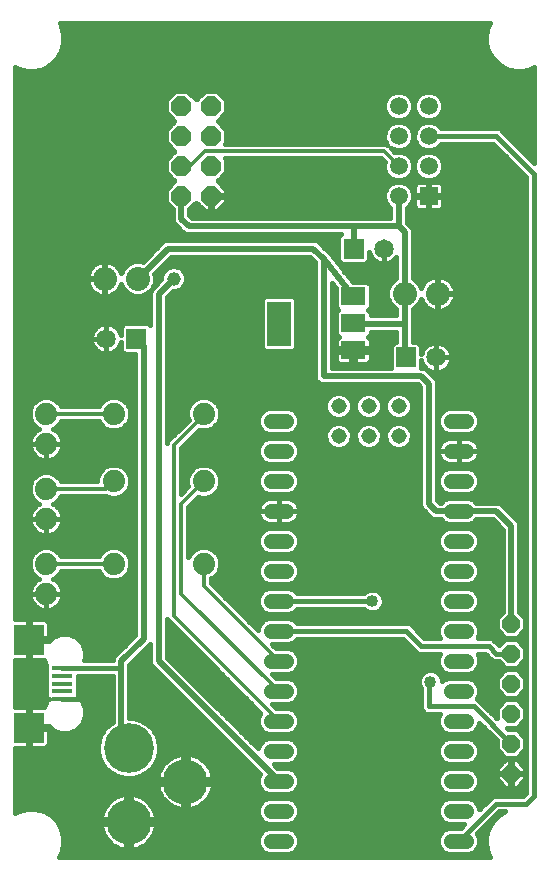
<source format=gtl>
G75*
%MOIN*%
%OFA0B0*%
%FSLAX25Y25*%
%IPPOS*%
%LPD*%
%AMOC8*
5,1,8,0,0,1.08239X$1,22.5*
%
%ADD10C,0.08000*%
%ADD11R,0.06500X0.06500*%
%ADD12C,0.06500*%
%ADD13C,0.16598*%
%ADD14C,0.15024*%
%ADD15C,0.07400*%
%ADD16R,0.07900X0.05900*%
%ADD17R,0.07900X0.15000*%
%ADD18OC8,0.06600*%
%ADD19R,0.05937X0.05937*%
%ADD20C,0.05937*%
%ADD21C,0.05150*%
%ADD22C,0.05150*%
%ADD23OC8,0.06000*%
%ADD24R,0.06890X0.01575*%
%ADD25R,0.10000X0.10000*%
%ADD26C,0.02000*%
%ADD27C,0.01600*%
%ADD28C,0.04600*%
%ADD29C,0.01200*%
%ADD30C,0.04000*%
D10*
X0037000Y0215000D03*
X0048000Y0215000D03*
X0137000Y0210000D03*
X0148000Y0210000D03*
D11*
X0137500Y0188750D03*
X0120000Y0225000D03*
X0047500Y0195000D03*
D12*
X0037500Y0195000D03*
X0130000Y0225000D03*
X0147500Y0188750D03*
D13*
X0045000Y0058543D03*
D14*
X0045000Y0033937D03*
X0063898Y0047323D03*
D15*
X0070000Y0120000D03*
X0070000Y0147500D03*
X0070000Y0170000D03*
X0040000Y0170000D03*
X0040000Y0147500D03*
X0040000Y0120000D03*
X0017500Y0120000D03*
X0017500Y0110000D03*
X0017500Y0135000D03*
X0017500Y0145000D03*
X0017500Y0160000D03*
X0017500Y0170000D03*
D16*
X0119900Y0191100D03*
X0119900Y0200100D03*
X0119900Y0209100D03*
D17*
X0095100Y0200000D03*
D18*
X0072500Y0242500D03*
X0072500Y0252500D03*
X0072500Y0262500D03*
X0072500Y0272500D03*
X0062500Y0272500D03*
X0062500Y0262500D03*
X0062500Y0252500D03*
X0062500Y0242500D03*
D19*
X0145000Y0242500D03*
D20*
X0145000Y0252500D03*
X0145000Y0262500D03*
X0145000Y0272500D03*
X0135000Y0272500D03*
X0135000Y0262500D03*
X0135000Y0252500D03*
X0135000Y0242500D03*
D21*
X0152425Y0167500D02*
X0157575Y0167500D01*
X0157575Y0157500D02*
X0152425Y0157500D01*
X0152425Y0147500D02*
X0157575Y0147500D01*
X0157575Y0137500D02*
X0152425Y0137500D01*
X0152425Y0127500D02*
X0157575Y0127500D01*
X0157575Y0117500D02*
X0152425Y0117500D01*
X0152425Y0107500D02*
X0157575Y0107500D01*
X0157575Y0097500D02*
X0152425Y0097500D01*
X0152425Y0087500D02*
X0157575Y0087500D01*
X0157575Y0077500D02*
X0152425Y0077500D01*
X0152425Y0067500D02*
X0157575Y0067500D01*
X0157575Y0057500D02*
X0152425Y0057500D01*
X0152425Y0047500D02*
X0157575Y0047500D01*
X0157575Y0037500D02*
X0152425Y0037500D01*
X0152425Y0027500D02*
X0157575Y0027500D01*
X0097575Y0027500D02*
X0092425Y0027500D01*
X0092425Y0037500D02*
X0097575Y0037500D01*
X0097575Y0047500D02*
X0092425Y0047500D01*
X0092425Y0057500D02*
X0097575Y0057500D01*
X0097575Y0067500D02*
X0092425Y0067500D01*
X0092425Y0077500D02*
X0097575Y0077500D01*
X0097575Y0087500D02*
X0092425Y0087500D01*
X0092425Y0097500D02*
X0097575Y0097500D01*
X0097575Y0107500D02*
X0092425Y0107500D01*
X0092425Y0117500D02*
X0097575Y0117500D01*
X0097575Y0127500D02*
X0092425Y0127500D01*
X0092425Y0137500D02*
X0097575Y0137500D01*
X0097575Y0147500D02*
X0092425Y0147500D01*
X0092425Y0157500D02*
X0097575Y0157500D01*
X0097575Y0167500D02*
X0092425Y0167500D01*
D22*
X0115000Y0162500D03*
X0115000Y0172500D03*
X0125000Y0172500D03*
X0125000Y0162500D03*
X0135000Y0162500D03*
X0135000Y0172500D03*
D23*
X0172500Y0100000D03*
X0172500Y0090000D03*
X0172500Y0080000D03*
X0172500Y0070000D03*
X0172500Y0060000D03*
X0172500Y0050000D03*
D24*
X0022815Y0074882D03*
X0022815Y0077441D03*
X0022815Y0080000D03*
X0022815Y0082559D03*
X0022815Y0085118D03*
D25*
X0011693Y0094665D03*
X0011693Y0065335D03*
D26*
X0042500Y0061043D02*
X0042500Y0085000D01*
X0042500Y0087500D01*
X0050000Y0095000D01*
X0050000Y0192500D01*
X0047500Y0195000D01*
X0055000Y0210000D02*
X0060000Y0215000D01*
X0055000Y0210000D02*
X0055000Y0087500D01*
X0095000Y0047500D01*
X0045000Y0058543D02*
X0042500Y0061043D01*
X0110000Y0182500D02*
X0110000Y0221600D01*
X0119900Y0209100D01*
X0119900Y0200100D02*
X0120000Y0200000D01*
X0137000Y0200000D01*
X0137000Y0193000D01*
X0137500Y0188750D01*
X0142500Y0182500D02*
X0110000Y0182500D01*
X0110000Y0221600D02*
X0106600Y0225000D01*
X0058000Y0225000D01*
X0048000Y0215000D01*
X0065000Y0232500D02*
X0062500Y0235000D01*
X0062500Y0242500D01*
X0065000Y0232500D02*
X0120000Y0232500D01*
X0120000Y0225000D01*
X0120000Y0232500D02*
X0135000Y0232500D01*
X0137000Y0230500D01*
X0137000Y0210000D01*
X0137000Y0200000D01*
X0142500Y0182500D02*
X0145000Y0180000D01*
X0145000Y0140000D01*
X0147500Y0137500D01*
X0155000Y0137500D01*
X0167500Y0137500D01*
X0172500Y0132500D01*
X0172500Y0100000D01*
X0135000Y0232500D02*
X0135000Y0242500D01*
D27*
X0022564Y0023331D02*
X0021969Y0022300D01*
X0165531Y0022300D01*
X0164936Y0023331D01*
X0164200Y0026078D01*
X0164200Y0028922D01*
X0164936Y0031669D01*
X0166358Y0034131D01*
X0168369Y0036142D01*
X0170547Y0037400D01*
X0168577Y0037400D01*
X0161219Y0030042D01*
X0161284Y0029978D01*
X0161950Y0028370D01*
X0161950Y0026630D01*
X0161284Y0025022D01*
X0160053Y0023791D01*
X0158445Y0023125D01*
X0151555Y0023125D01*
X0149947Y0023791D01*
X0148716Y0025022D01*
X0148050Y0026630D01*
X0148050Y0028370D01*
X0148716Y0029978D01*
X0149947Y0031209D01*
X0151555Y0031875D01*
X0155698Y0031875D01*
X0156948Y0033125D01*
X0151555Y0033125D01*
X0149947Y0033791D01*
X0148716Y0035022D01*
X0148050Y0036630D01*
X0148050Y0038370D01*
X0148716Y0039978D01*
X0149947Y0041209D01*
X0151555Y0041875D01*
X0158445Y0041875D01*
X0160053Y0041209D01*
X0161284Y0039978D01*
X0161950Y0038370D01*
X0161950Y0038127D01*
X0166027Y0042204D01*
X0166983Y0042600D01*
X0176423Y0042600D01*
X0177400Y0043577D01*
X0177400Y0248923D01*
X0166423Y0259900D01*
X0149084Y0259900D01*
X0149043Y0259799D01*
X0147701Y0258457D01*
X0145949Y0257731D01*
X0144051Y0257731D01*
X0142299Y0258457D01*
X0140957Y0259799D01*
X0140231Y0261551D01*
X0140231Y0263449D01*
X0140957Y0265201D01*
X0142299Y0266543D01*
X0144051Y0267268D01*
X0145949Y0267268D01*
X0147701Y0266543D01*
X0149043Y0265201D01*
X0149084Y0265100D01*
X0168017Y0265100D01*
X0168973Y0264704D01*
X0169704Y0263973D01*
X0169704Y0263973D01*
X0180151Y0253526D01*
X0180151Y0285503D01*
X0179169Y0284936D01*
X0176422Y0284200D01*
X0173578Y0284200D01*
X0170831Y0284936D01*
X0168369Y0286358D01*
X0166358Y0288369D01*
X0164936Y0290831D01*
X0164200Y0293578D01*
X0164200Y0296422D01*
X0164936Y0299169D01*
X0165509Y0300161D01*
X0021991Y0300161D01*
X0022564Y0299169D01*
X0023300Y0296422D01*
X0023300Y0293578D01*
X0022564Y0290831D01*
X0021142Y0288369D01*
X0019131Y0286358D01*
X0016669Y0284936D01*
X0013922Y0284200D01*
X0011078Y0284200D01*
X0008331Y0284936D01*
X0007300Y0285531D01*
X0007300Y0101465D01*
X0011312Y0101465D01*
X0011312Y0095047D01*
X0012074Y0095047D01*
X0012074Y0101465D01*
X0016930Y0101465D01*
X0017388Y0101343D01*
X0017798Y0101106D01*
X0018133Y0100771D01*
X0018370Y0100360D01*
X0018493Y0099902D01*
X0018493Y0095046D01*
X0012074Y0095046D01*
X0012074Y0094284D01*
X0012074Y0087865D01*
X0016886Y0087865D01*
X0017570Y0086214D01*
X0017570Y0075908D01*
X0017570Y0075908D01*
X0017570Y0075906D01*
X0017570Y0074882D01*
X0018340Y0074882D01*
X0018340Y0074882D01*
X0017570Y0074882D01*
X0017570Y0073858D01*
X0017582Y0073814D01*
X0016886Y0072135D01*
X0012074Y0072135D01*
X0012074Y0065716D01*
X0011312Y0065716D01*
X0011312Y0072135D01*
X0007300Y0072135D01*
X0007300Y0087865D01*
X0011312Y0087865D01*
X0011312Y0094284D01*
X0012074Y0094284D01*
X0018493Y0094284D01*
X0018493Y0094129D01*
X0019732Y0095369D01*
X0022256Y0096414D01*
X0024988Y0096414D01*
X0027512Y0095369D01*
X0029444Y0093437D01*
X0030489Y0090913D01*
X0030489Y0088181D01*
X0030297Y0087718D01*
X0039700Y0087718D01*
X0039700Y0088057D01*
X0040126Y0089086D01*
X0040914Y0089874D01*
X0040914Y0089874D01*
X0047200Y0096160D01*
X0047200Y0189950D01*
X0043504Y0189950D01*
X0042450Y0191004D01*
X0042450Y0193971D01*
X0042426Y0193817D01*
X0042180Y0193061D01*
X0041819Y0192353D01*
X0041352Y0191710D01*
X0040790Y0191148D01*
X0040147Y0190681D01*
X0039439Y0190320D01*
X0038683Y0190074D01*
X0037897Y0189950D01*
X0037500Y0189950D01*
X0037500Y0195000D01*
X0037500Y0195000D01*
X0037500Y0200050D01*
X0037897Y0200050D01*
X0038683Y0199926D01*
X0039439Y0199680D01*
X0040147Y0199319D01*
X0040790Y0198852D01*
X0041352Y0198290D01*
X0041819Y0197647D01*
X0042180Y0196939D01*
X0042426Y0196183D01*
X0042450Y0196029D01*
X0042450Y0198996D01*
X0043504Y0200050D01*
X0051496Y0200050D01*
X0052200Y0199346D01*
X0052200Y0210557D01*
X0052512Y0211309D01*
X0051285Y0210083D01*
X0049154Y0209200D01*
X0046846Y0209200D01*
X0044715Y0210083D01*
X0043083Y0211715D01*
X0042493Y0213138D01*
X0042375Y0212774D01*
X0041961Y0211960D01*
X0041424Y0211222D01*
X0040778Y0210576D01*
X0040040Y0210039D01*
X0039226Y0209625D01*
X0038358Y0209343D01*
X0037456Y0209200D01*
X0037200Y0209200D01*
X0037200Y0214800D01*
X0036800Y0214800D01*
X0036800Y0209200D01*
X0036544Y0209200D01*
X0035642Y0209343D01*
X0034774Y0209625D01*
X0033960Y0210039D01*
X0033222Y0210576D01*
X0032576Y0211222D01*
X0032039Y0211960D01*
X0031625Y0212774D01*
X0031343Y0213642D01*
X0031200Y0214544D01*
X0031200Y0214800D01*
X0036800Y0214800D01*
X0036800Y0215200D01*
X0036800Y0220800D01*
X0036544Y0220800D01*
X0035642Y0220657D01*
X0034774Y0220375D01*
X0033960Y0219961D01*
X0033222Y0219424D01*
X0032576Y0218778D01*
X0032039Y0218040D01*
X0031625Y0217226D01*
X0031343Y0216358D01*
X0031200Y0215456D01*
X0031200Y0215200D01*
X0036800Y0215200D01*
X0037200Y0215200D01*
X0037200Y0220800D01*
X0037456Y0220800D01*
X0038358Y0220657D01*
X0039226Y0220375D01*
X0040040Y0219961D01*
X0040778Y0219424D01*
X0041424Y0218778D01*
X0041961Y0218040D01*
X0042375Y0217226D01*
X0042493Y0216862D01*
X0043083Y0218285D01*
X0044715Y0219917D01*
X0046846Y0220800D01*
X0049154Y0220800D01*
X0049639Y0220599D01*
X0055626Y0226586D01*
X0056414Y0227374D01*
X0057443Y0227800D01*
X0107157Y0227800D01*
X0108186Y0227374D01*
X0108974Y0226586D01*
X0111704Y0223856D01*
X0111849Y0223775D01*
X0112094Y0223465D01*
X0112374Y0223186D01*
X0112437Y0223032D01*
X0119710Y0213850D01*
X0124596Y0213850D01*
X0125650Y0212796D01*
X0125650Y0205404D01*
X0124846Y0204600D01*
X0125650Y0203796D01*
X0125650Y0202800D01*
X0134200Y0202800D01*
X0134200Y0204882D01*
X0133715Y0205083D01*
X0132083Y0206715D01*
X0131200Y0208846D01*
X0131200Y0211154D01*
X0132083Y0213285D01*
X0133715Y0214917D01*
X0134200Y0215118D01*
X0134200Y0222189D01*
X0133852Y0221710D01*
X0133290Y0221148D01*
X0132647Y0220681D01*
X0131939Y0220320D01*
X0131183Y0220074D01*
X0130397Y0219950D01*
X0130000Y0219950D01*
X0130000Y0225000D01*
X0130000Y0225000D01*
X0130000Y0219950D01*
X0129603Y0219950D01*
X0128817Y0220074D01*
X0128061Y0220320D01*
X0127353Y0220681D01*
X0126710Y0221148D01*
X0126148Y0221710D01*
X0125681Y0222353D01*
X0125320Y0223061D01*
X0125074Y0223817D01*
X0125050Y0223971D01*
X0125050Y0221004D01*
X0123996Y0219950D01*
X0116004Y0219950D01*
X0114950Y0221004D01*
X0114950Y0228996D01*
X0115654Y0229700D01*
X0064443Y0229700D01*
X0063414Y0230126D01*
X0062626Y0230914D01*
X0060126Y0233414D01*
X0059700Y0234443D01*
X0059700Y0238088D01*
X0057400Y0240388D01*
X0057400Y0244612D01*
X0060288Y0247500D01*
X0057400Y0250388D01*
X0057400Y0254612D01*
X0060288Y0257500D01*
X0057400Y0260388D01*
X0057400Y0264612D01*
X0060288Y0267500D01*
X0057400Y0270388D01*
X0057400Y0274612D01*
X0060388Y0277600D01*
X0064612Y0277600D01*
X0067500Y0274712D01*
X0070388Y0277600D01*
X0074612Y0277600D01*
X0077600Y0274612D01*
X0077600Y0270388D01*
X0074712Y0267500D01*
X0077600Y0264612D01*
X0077600Y0260388D01*
X0077112Y0259900D01*
X0130477Y0259900D01*
X0131124Y0259632D01*
X0130957Y0259799D01*
X0130231Y0261551D01*
X0130231Y0263449D01*
X0130957Y0265201D01*
X0132299Y0266543D01*
X0134051Y0267268D01*
X0135949Y0267268D01*
X0137701Y0266543D01*
X0139043Y0265201D01*
X0139768Y0263449D01*
X0139768Y0261551D01*
X0139043Y0259799D01*
X0137701Y0258457D01*
X0135949Y0257731D01*
X0134051Y0257731D01*
X0132534Y0258360D01*
X0133750Y0257144D01*
X0134051Y0257268D01*
X0135949Y0257268D01*
X0137701Y0256543D01*
X0139043Y0255201D01*
X0139768Y0253449D01*
X0139768Y0251551D01*
X0139043Y0249799D01*
X0137701Y0248457D01*
X0135949Y0247731D01*
X0134051Y0247731D01*
X0132299Y0248457D01*
X0130957Y0249799D01*
X0130231Y0251551D01*
X0130231Y0253449D01*
X0130356Y0253750D01*
X0129006Y0255100D01*
X0077112Y0255100D01*
X0077600Y0254612D01*
X0077600Y0250388D01*
X0074712Y0247500D01*
X0077600Y0244612D01*
X0077600Y0242700D01*
X0072700Y0242700D01*
X0072700Y0242300D01*
X0077600Y0242300D01*
X0077600Y0240388D01*
X0074612Y0237400D01*
X0072700Y0237400D01*
X0072700Y0242300D01*
X0072300Y0242300D01*
X0072300Y0237400D01*
X0070388Y0237400D01*
X0067500Y0240288D01*
X0065300Y0238088D01*
X0065300Y0236160D01*
X0066160Y0235300D01*
X0132200Y0235300D01*
X0132200Y0238556D01*
X0130957Y0239799D01*
X0130231Y0241551D01*
X0130231Y0243449D01*
X0130957Y0245201D01*
X0132299Y0246543D01*
X0134051Y0247268D01*
X0135949Y0247268D01*
X0137701Y0246543D01*
X0139043Y0245201D01*
X0139768Y0243449D01*
X0139768Y0241551D01*
X0139043Y0239799D01*
X0137800Y0238556D01*
X0137800Y0233660D01*
X0138586Y0232874D01*
X0139374Y0232086D01*
X0139800Y0231057D01*
X0139800Y0215118D01*
X0140285Y0214917D01*
X0141917Y0213285D01*
X0142507Y0211862D01*
X0142625Y0212226D01*
X0143039Y0213040D01*
X0143576Y0213778D01*
X0144222Y0214424D01*
X0144960Y0214961D01*
X0145774Y0215375D01*
X0146642Y0215657D01*
X0147544Y0215800D01*
X0147800Y0215800D01*
X0147800Y0210200D01*
X0148200Y0210200D01*
X0148200Y0215800D01*
X0148456Y0215800D01*
X0149358Y0215657D01*
X0150226Y0215375D01*
X0151040Y0214961D01*
X0151778Y0214424D01*
X0152424Y0213778D01*
X0152961Y0213040D01*
X0153375Y0212226D01*
X0153657Y0211358D01*
X0153800Y0210456D01*
X0153800Y0210200D01*
X0148200Y0210200D01*
X0148200Y0209800D01*
X0153800Y0209800D01*
X0153800Y0209544D01*
X0153657Y0208642D01*
X0153375Y0207774D01*
X0152961Y0206960D01*
X0152424Y0206222D01*
X0151778Y0205576D01*
X0151040Y0205039D01*
X0150226Y0204625D01*
X0149358Y0204343D01*
X0148456Y0204200D01*
X0148200Y0204200D01*
X0148200Y0209800D01*
X0147800Y0209800D01*
X0147800Y0204200D01*
X0147544Y0204200D01*
X0146642Y0204343D01*
X0145774Y0204625D01*
X0144960Y0205039D01*
X0144222Y0205576D01*
X0143576Y0206222D01*
X0143039Y0206960D01*
X0142625Y0207774D01*
X0142507Y0208138D01*
X0141917Y0206715D01*
X0140285Y0205083D01*
X0139800Y0204882D01*
X0139800Y0193800D01*
X0141496Y0193800D01*
X0142550Y0192746D01*
X0142550Y0189779D01*
X0142574Y0189933D01*
X0142820Y0190689D01*
X0143181Y0191397D01*
X0143648Y0192040D01*
X0144210Y0192602D01*
X0144853Y0193069D01*
X0145561Y0193430D01*
X0146317Y0193676D01*
X0147103Y0193800D01*
X0147500Y0193800D01*
X0147500Y0188750D01*
X0147500Y0188750D01*
X0152550Y0188750D01*
X0152550Y0189147D01*
X0152426Y0189933D01*
X0152180Y0190689D01*
X0151819Y0191397D01*
X0151352Y0192040D01*
X0150790Y0192602D01*
X0150147Y0193069D01*
X0149439Y0193430D01*
X0148683Y0193676D01*
X0147897Y0193800D01*
X0147500Y0193800D01*
X0147500Y0188750D01*
X0147500Y0188750D01*
X0152550Y0188750D01*
X0152550Y0188353D01*
X0152426Y0187567D01*
X0152180Y0186811D01*
X0151819Y0186103D01*
X0151352Y0185460D01*
X0150790Y0184898D01*
X0150147Y0184431D01*
X0149439Y0184070D01*
X0148683Y0183824D01*
X0147897Y0183700D01*
X0147500Y0183700D01*
X0147500Y0188750D01*
X0147500Y0188750D01*
X0147500Y0183700D01*
X0147103Y0183700D01*
X0146317Y0183824D01*
X0145561Y0184070D01*
X0144853Y0184431D01*
X0144210Y0184898D01*
X0143648Y0185460D01*
X0143181Y0186103D01*
X0142820Y0186811D01*
X0142574Y0187567D01*
X0142550Y0187721D01*
X0142550Y0185300D01*
X0143057Y0185300D01*
X0144086Y0184874D01*
X0144874Y0184086D01*
X0147374Y0181586D01*
X0147800Y0180557D01*
X0147800Y0141160D01*
X0148660Y0140300D01*
X0149038Y0140300D01*
X0149947Y0141209D01*
X0151555Y0141875D01*
X0158445Y0141875D01*
X0160053Y0141209D01*
X0160962Y0140300D01*
X0168057Y0140300D01*
X0169086Y0139874D01*
X0169874Y0139086D01*
X0169874Y0139086D01*
X0174086Y0134874D01*
X0174086Y0134874D01*
X0174874Y0134086D01*
X0175300Y0133057D01*
X0175300Y0103988D01*
X0177300Y0101988D01*
X0177300Y0098012D01*
X0174488Y0095200D01*
X0170512Y0095200D01*
X0167700Y0098012D01*
X0167700Y0101988D01*
X0169700Y0103988D01*
X0169700Y0131340D01*
X0166340Y0134700D01*
X0160962Y0134700D01*
X0160053Y0133791D01*
X0158445Y0133125D01*
X0151555Y0133125D01*
X0149947Y0133791D01*
X0149038Y0134700D01*
X0146943Y0134700D01*
X0145914Y0135126D01*
X0145126Y0135914D01*
X0145126Y0135914D01*
X0143414Y0137626D01*
X0143414Y0137626D01*
X0142626Y0138414D01*
X0142200Y0139443D01*
X0142200Y0178840D01*
X0141340Y0179700D01*
X0109443Y0179700D01*
X0108414Y0180126D01*
X0107626Y0180914D01*
X0107200Y0181943D01*
X0107200Y0220440D01*
X0105440Y0222200D01*
X0059160Y0222200D01*
X0053599Y0216639D01*
X0053800Y0216154D01*
X0053800Y0213846D01*
X0053032Y0211991D01*
X0055900Y0214860D01*
X0055900Y0215816D01*
X0056524Y0217322D01*
X0057678Y0218476D01*
X0059184Y0219100D01*
X0060816Y0219100D01*
X0062322Y0218476D01*
X0063476Y0217322D01*
X0064100Y0215816D01*
X0064100Y0214184D01*
X0063476Y0212678D01*
X0062322Y0211524D01*
X0060816Y0210900D01*
X0059860Y0210900D01*
X0057800Y0208840D01*
X0057800Y0160335D01*
X0057965Y0160734D01*
X0064979Y0167749D01*
X0064500Y0168906D01*
X0064500Y0171094D01*
X0065337Y0173115D01*
X0066884Y0174663D01*
X0068906Y0175500D01*
X0071094Y0175500D01*
X0073115Y0174663D01*
X0074663Y0173115D01*
X0075500Y0171094D01*
X0075500Y0168906D01*
X0074663Y0166884D01*
X0073115Y0165337D01*
X0071094Y0164500D01*
X0068906Y0164500D01*
X0068632Y0164613D01*
X0062400Y0158381D01*
X0062400Y0143294D01*
X0064796Y0145690D01*
X0064500Y0146406D01*
X0064500Y0148594D01*
X0065337Y0150615D01*
X0066884Y0152163D01*
X0068906Y0153000D01*
X0071094Y0153000D01*
X0073115Y0152163D01*
X0074663Y0150615D01*
X0075500Y0148594D01*
X0075500Y0146406D01*
X0074663Y0144384D01*
X0073115Y0142837D01*
X0071094Y0142000D01*
X0068906Y0142000D01*
X0068190Y0142296D01*
X0064900Y0139006D01*
X0064900Y0122060D01*
X0065337Y0123115D01*
X0066884Y0124663D01*
X0068906Y0125500D01*
X0071094Y0125500D01*
X0073115Y0124663D01*
X0074663Y0123115D01*
X0075500Y0121094D01*
X0075500Y0118906D01*
X0074663Y0116884D01*
X0073115Y0115337D01*
X0072400Y0115041D01*
X0072400Y0113494D01*
X0088050Y0097844D01*
X0088050Y0098370D01*
X0088716Y0099978D01*
X0089947Y0101209D01*
X0091555Y0101875D01*
X0098445Y0101875D01*
X0100053Y0101209D01*
X0101162Y0100100D01*
X0138017Y0100100D01*
X0138973Y0099704D01*
X0143577Y0095100D01*
X0148684Y0095100D01*
X0148050Y0096630D01*
X0148050Y0098370D01*
X0148716Y0099978D01*
X0149947Y0101209D01*
X0151555Y0101875D01*
X0158445Y0101875D01*
X0160053Y0101209D01*
X0161284Y0099978D01*
X0161950Y0098370D01*
X0161950Y0096630D01*
X0161316Y0095100D01*
X0165517Y0095100D01*
X0166473Y0094704D01*
X0168444Y0092733D01*
X0170512Y0094800D01*
X0174488Y0094800D01*
X0177300Y0091988D01*
X0177300Y0088012D01*
X0174488Y0085200D01*
X0170512Y0085200D01*
X0168312Y0087400D01*
X0166983Y0087400D01*
X0166027Y0087796D01*
X0165296Y0088527D01*
X0165296Y0088527D01*
X0163923Y0089900D01*
X0161316Y0089900D01*
X0161950Y0088370D01*
X0161950Y0086630D01*
X0161284Y0085022D01*
X0160053Y0083791D01*
X0158445Y0083125D01*
X0151555Y0083125D01*
X0149947Y0083791D01*
X0148716Y0085022D01*
X0148050Y0086630D01*
X0148050Y0088370D01*
X0148684Y0089900D01*
X0141983Y0089900D01*
X0141027Y0090296D01*
X0136423Y0094900D01*
X0101162Y0094900D01*
X0100053Y0093791D01*
X0098445Y0093125D01*
X0092769Y0093125D01*
X0094019Y0091875D01*
X0098445Y0091875D01*
X0100053Y0091209D01*
X0101284Y0089978D01*
X0101950Y0088370D01*
X0101950Y0086630D01*
X0101284Y0085022D01*
X0100053Y0083791D01*
X0098445Y0083125D01*
X0092769Y0083125D01*
X0094019Y0081875D01*
X0098445Y0081875D01*
X0100053Y0081209D01*
X0101284Y0079978D01*
X0101950Y0078370D01*
X0101950Y0076630D01*
X0101284Y0075022D01*
X0100053Y0073791D01*
X0098445Y0073125D01*
X0092769Y0073125D01*
X0094019Y0071875D01*
X0098445Y0071875D01*
X0100053Y0071209D01*
X0101284Y0069978D01*
X0101950Y0068370D01*
X0101950Y0066630D01*
X0101284Y0065022D01*
X0100053Y0063791D01*
X0098445Y0063125D01*
X0091555Y0063125D01*
X0089947Y0063791D01*
X0088716Y0065022D01*
X0088050Y0066630D01*
X0088050Y0068370D01*
X0088716Y0069978D01*
X0088922Y0070184D01*
X0058641Y0100465D01*
X0057965Y0101141D01*
X0057800Y0101540D01*
X0057800Y0088660D01*
X0088062Y0058398D01*
X0088716Y0059978D01*
X0089947Y0061209D01*
X0091555Y0061875D01*
X0098445Y0061875D01*
X0100053Y0061209D01*
X0101284Y0059978D01*
X0101950Y0058370D01*
X0101950Y0056630D01*
X0101284Y0055022D01*
X0100053Y0053791D01*
X0098445Y0053125D01*
X0093335Y0053125D01*
X0094585Y0051875D01*
X0098445Y0051875D01*
X0100053Y0051209D01*
X0101284Y0049978D01*
X0101950Y0048370D01*
X0101950Y0046630D01*
X0101284Y0045022D01*
X0100053Y0043791D01*
X0098445Y0043125D01*
X0091555Y0043125D01*
X0089947Y0043791D01*
X0088716Y0045022D01*
X0088050Y0046630D01*
X0088050Y0048370D01*
X0088671Y0049869D01*
X0053414Y0085126D01*
X0052626Y0085914D01*
X0052200Y0086943D01*
X0052200Y0093240D01*
X0051586Y0092626D01*
X0045300Y0086340D01*
X0045300Y0068643D01*
X0046330Y0068643D01*
X0048898Y0067954D01*
X0051201Y0066625D01*
X0053081Y0064744D01*
X0054411Y0062441D01*
X0055099Y0059873D01*
X0055099Y0057214D01*
X0054411Y0054645D01*
X0053081Y0052342D01*
X0051201Y0050462D01*
X0048898Y0049132D01*
X0046330Y0048444D01*
X0043670Y0048444D01*
X0041102Y0049132D01*
X0038799Y0050462D01*
X0036919Y0052342D01*
X0035589Y0054645D01*
X0034901Y0057214D01*
X0034901Y0059873D01*
X0035589Y0062441D01*
X0036919Y0064744D01*
X0038799Y0066625D01*
X0039700Y0067145D01*
X0039700Y0082518D01*
X0028060Y0082518D01*
X0028060Y0075908D01*
X0028059Y0075908D01*
X0028060Y0075906D01*
X0028060Y0075726D01*
X0029444Y0074343D01*
X0030489Y0071819D01*
X0030489Y0069087D01*
X0029444Y0066563D01*
X0027512Y0064631D01*
X0024988Y0063586D01*
X0022256Y0063586D01*
X0019732Y0064631D01*
X0018493Y0065871D01*
X0018493Y0065716D01*
X0012074Y0065716D01*
X0012074Y0064954D01*
X0018493Y0064954D01*
X0018493Y0060098D01*
X0018370Y0059640D01*
X0018133Y0059229D01*
X0017798Y0058894D01*
X0017388Y0058657D01*
X0016930Y0058535D01*
X0012074Y0058535D01*
X0012074Y0064953D01*
X0011312Y0064953D01*
X0011312Y0058535D01*
X0007300Y0058535D01*
X0007300Y0036969D01*
X0008331Y0037564D01*
X0011078Y0038300D01*
X0013922Y0038300D01*
X0016669Y0037564D01*
X0019131Y0036142D01*
X0021142Y0034131D01*
X0022564Y0031669D01*
X0023300Y0028922D01*
X0023300Y0026078D01*
X0022564Y0023331D01*
X0022715Y0023894D02*
X0089844Y0023894D01*
X0089947Y0023791D02*
X0091555Y0023125D01*
X0098445Y0023125D01*
X0100053Y0023791D01*
X0101284Y0025022D01*
X0101950Y0026630D01*
X0101950Y0028370D01*
X0101284Y0029978D01*
X0100053Y0031209D01*
X0098445Y0031875D01*
X0091555Y0031875D01*
X0089947Y0031209D01*
X0088716Y0029978D01*
X0088050Y0028370D01*
X0088050Y0026630D01*
X0088716Y0025022D01*
X0089947Y0023791D01*
X0088521Y0025493D02*
X0048926Y0025493D01*
X0048569Y0025320D02*
X0049511Y0025774D01*
X0050397Y0026331D01*
X0051215Y0026983D01*
X0051954Y0027722D01*
X0052606Y0028540D01*
X0053163Y0029426D01*
X0053617Y0030368D01*
X0053962Y0031355D01*
X0054195Y0032375D01*
X0054281Y0033137D01*
X0045800Y0033137D01*
X0045800Y0034737D01*
X0054281Y0034737D01*
X0054195Y0035499D01*
X0053962Y0036519D01*
X0053617Y0037506D01*
X0053163Y0038448D01*
X0052606Y0039334D01*
X0051954Y0040152D01*
X0051215Y0040891D01*
X0050397Y0041543D01*
X0049511Y0042100D01*
X0048569Y0042554D01*
X0047582Y0042899D01*
X0046562Y0043132D01*
X0045800Y0043218D01*
X0045800Y0034737D01*
X0044200Y0034737D01*
X0044200Y0033137D01*
X0045800Y0033137D01*
X0045800Y0024656D01*
X0046562Y0024742D01*
X0047582Y0024975D01*
X0048569Y0025320D01*
X0051323Y0027091D02*
X0088050Y0027091D01*
X0088183Y0028690D02*
X0052700Y0028690D01*
X0053578Y0030288D02*
X0089026Y0030288D01*
X0090686Y0033485D02*
X0045800Y0033485D01*
X0045800Y0031887D02*
X0044200Y0031887D01*
X0044200Y0033137D02*
X0044200Y0024656D01*
X0043438Y0024742D01*
X0042418Y0024975D01*
X0041431Y0025320D01*
X0040489Y0025774D01*
X0039603Y0026331D01*
X0038785Y0026983D01*
X0038046Y0027722D01*
X0037394Y0028540D01*
X0036837Y0029426D01*
X0036383Y0030368D01*
X0036038Y0031355D01*
X0035805Y0032375D01*
X0035719Y0033137D01*
X0044200Y0033137D01*
X0044200Y0033485D02*
X0021515Y0033485D01*
X0022438Y0031887D02*
X0035917Y0031887D01*
X0036422Y0030288D02*
X0022934Y0030288D01*
X0023300Y0028690D02*
X0037300Y0028690D01*
X0038677Y0027091D02*
X0023300Y0027091D01*
X0023143Y0025493D02*
X0041074Y0025493D01*
X0044200Y0025493D02*
X0045800Y0025493D01*
X0045800Y0027091D02*
X0044200Y0027091D01*
X0044200Y0028690D02*
X0045800Y0028690D01*
X0045800Y0030288D02*
X0044200Y0030288D01*
X0044200Y0034737D02*
X0035719Y0034737D01*
X0035805Y0035499D01*
X0036038Y0036519D01*
X0036383Y0037506D01*
X0036837Y0038448D01*
X0037394Y0039334D01*
X0038046Y0040152D01*
X0038785Y0040891D01*
X0039603Y0041543D01*
X0040489Y0042100D01*
X0041431Y0042554D01*
X0042418Y0042899D01*
X0043438Y0043132D01*
X0044200Y0043218D01*
X0044200Y0034737D01*
X0044200Y0035084D02*
X0045800Y0035084D01*
X0045800Y0036682D02*
X0044200Y0036682D01*
X0044200Y0038281D02*
X0045800Y0038281D01*
X0045800Y0039879D02*
X0044200Y0039879D01*
X0044200Y0041478D02*
X0045800Y0041478D01*
X0045800Y0043076D02*
X0044200Y0043076D01*
X0043194Y0043076D02*
X0007300Y0043076D01*
X0007300Y0041478D02*
X0039521Y0041478D01*
X0037828Y0039879D02*
X0007300Y0039879D01*
X0007300Y0038281D02*
X0011006Y0038281D01*
X0013994Y0038281D02*
X0036756Y0038281D01*
X0036095Y0036682D02*
X0018196Y0036682D01*
X0020190Y0035084D02*
X0035758Y0035084D01*
X0040517Y0049470D02*
X0007300Y0049470D01*
X0007300Y0047872D02*
X0063098Y0047872D01*
X0063098Y0048123D02*
X0063098Y0046523D01*
X0064698Y0046523D01*
X0064698Y0048123D01*
X0073178Y0048123D01*
X0073092Y0048885D01*
X0072860Y0049905D01*
X0072514Y0050892D01*
X0072060Y0051834D01*
X0071504Y0052720D01*
X0070852Y0053537D01*
X0070112Y0054277D01*
X0069295Y0054929D01*
X0068409Y0055486D01*
X0067467Y0055939D01*
X0066480Y0056285D01*
X0065460Y0056518D01*
X0064698Y0056603D01*
X0064698Y0048123D01*
X0063098Y0048123D01*
X0063098Y0056603D01*
X0062335Y0056518D01*
X0061316Y0056285D01*
X0060329Y0055939D01*
X0059386Y0055486D01*
X0058501Y0054929D01*
X0057683Y0054277D01*
X0056943Y0053537D01*
X0056291Y0052720D01*
X0055735Y0051834D01*
X0055281Y0050892D01*
X0054936Y0049905D01*
X0054703Y0048885D01*
X0054617Y0048123D01*
X0063098Y0048123D01*
X0063098Y0049470D02*
X0064698Y0049470D01*
X0064698Y0047872D02*
X0088050Y0047872D01*
X0088198Y0046273D02*
X0073150Y0046273D01*
X0073178Y0046523D02*
X0064698Y0046523D01*
X0064698Y0038042D01*
X0065460Y0038128D01*
X0066480Y0038361D01*
X0067467Y0038706D01*
X0068409Y0039160D01*
X0069295Y0039717D01*
X0070112Y0040369D01*
X0070852Y0041108D01*
X0071504Y0041926D01*
X0072060Y0042811D01*
X0072514Y0043754D01*
X0072860Y0044741D01*
X0073092Y0045761D01*
X0073178Y0046523D01*
X0072836Y0044675D02*
X0089064Y0044675D01*
X0090596Y0041478D02*
X0071147Y0041478D01*
X0072188Y0043076D02*
X0176899Y0043076D01*
X0177400Y0044675D02*
X0160936Y0044675D01*
X0161284Y0045022D02*
X0161950Y0046630D01*
X0161950Y0048370D01*
X0161284Y0049978D01*
X0160053Y0051209D01*
X0158445Y0051875D01*
X0151555Y0051875D01*
X0149947Y0051209D01*
X0148716Y0049978D01*
X0148050Y0048370D01*
X0148050Y0046630D01*
X0148716Y0045022D01*
X0149947Y0043791D01*
X0151555Y0043125D01*
X0158445Y0043125D01*
X0160053Y0043791D01*
X0161284Y0045022D01*
X0161802Y0046273D02*
X0169439Y0046273D01*
X0170512Y0045200D02*
X0172300Y0045200D01*
X0172300Y0049800D01*
X0172700Y0049800D01*
X0172700Y0050200D01*
X0177300Y0050200D01*
X0177300Y0051988D01*
X0174488Y0054800D01*
X0172700Y0054800D01*
X0172700Y0050200D01*
X0172300Y0050200D01*
X0172300Y0054800D01*
X0170512Y0054800D01*
X0167700Y0051988D01*
X0167700Y0050200D01*
X0172300Y0050200D01*
X0172300Y0049800D01*
X0167700Y0049800D01*
X0167700Y0048012D01*
X0170512Y0045200D01*
X0172300Y0046273D02*
X0172700Y0046273D01*
X0172700Y0045200D02*
X0174488Y0045200D01*
X0177300Y0048012D01*
X0177300Y0049800D01*
X0172700Y0049800D01*
X0172700Y0045200D01*
X0172700Y0047872D02*
X0172300Y0047872D01*
X0172300Y0049470D02*
X0172700Y0049470D01*
X0172700Y0051069D02*
X0172300Y0051069D01*
X0172300Y0052667D02*
X0172700Y0052667D01*
X0172700Y0054266D02*
X0172300Y0054266D01*
X0170512Y0055200D02*
X0174488Y0055200D01*
X0177300Y0058012D01*
X0177300Y0061988D01*
X0174488Y0064800D01*
X0171377Y0064800D01*
X0170977Y0065200D01*
X0174488Y0065200D01*
X0177300Y0068012D01*
X0177300Y0071988D01*
X0174488Y0074800D01*
X0170512Y0074800D01*
X0167700Y0071988D01*
X0167700Y0068477D01*
X0162204Y0073973D01*
X0161473Y0074704D01*
X0161114Y0074853D01*
X0161284Y0075022D01*
X0161950Y0076630D01*
X0161950Y0078370D01*
X0161284Y0079978D01*
X0160053Y0081209D01*
X0158445Y0081875D01*
X0151555Y0081875D01*
X0149947Y0081209D01*
X0149425Y0080687D01*
X0149425Y0081381D01*
X0148846Y0082778D01*
X0147778Y0083846D01*
X0146381Y0084425D01*
X0144869Y0084425D01*
X0143472Y0083846D01*
X0142404Y0082778D01*
X0141825Y0081381D01*
X0141825Y0079869D01*
X0142400Y0078481D01*
X0142400Y0071983D01*
X0142796Y0071027D01*
X0143527Y0070296D01*
X0144483Y0069900D01*
X0148684Y0069900D01*
X0148050Y0068370D01*
X0148050Y0066630D01*
X0148716Y0065022D01*
X0149947Y0063791D01*
X0151555Y0063125D01*
X0158445Y0063125D01*
X0160053Y0063791D01*
X0161284Y0065022D01*
X0161950Y0066630D01*
X0161950Y0066873D01*
X0167700Y0061123D01*
X0167700Y0058012D01*
X0170512Y0055200D01*
X0169848Y0055864D02*
X0161633Y0055864D01*
X0161950Y0056630D02*
X0161950Y0058370D01*
X0161284Y0059978D01*
X0160053Y0061209D01*
X0158445Y0061875D01*
X0151555Y0061875D01*
X0149947Y0061209D01*
X0148716Y0059978D01*
X0148050Y0058370D01*
X0148050Y0056630D01*
X0148716Y0055022D01*
X0149947Y0053791D01*
X0151555Y0053125D01*
X0158445Y0053125D01*
X0160053Y0053791D01*
X0161284Y0055022D01*
X0161950Y0056630D01*
X0161950Y0057463D02*
X0168249Y0057463D01*
X0167700Y0059061D02*
X0161663Y0059061D01*
X0160602Y0060660D02*
X0167700Y0060660D01*
X0166565Y0062258D02*
X0084201Y0062258D01*
X0082603Y0063857D02*
X0089881Y0063857D01*
X0088537Y0065455D02*
X0081004Y0065455D01*
X0079406Y0067054D02*
X0088050Y0067054D01*
X0088167Y0068652D02*
X0077807Y0068652D01*
X0076209Y0070251D02*
X0088855Y0070251D01*
X0087256Y0071849D02*
X0074610Y0071849D01*
X0073012Y0073448D02*
X0085658Y0073448D01*
X0084059Y0075046D02*
X0071413Y0075046D01*
X0069815Y0076645D02*
X0082461Y0076645D01*
X0080862Y0078243D02*
X0068216Y0078243D01*
X0066618Y0079842D02*
X0079264Y0079842D01*
X0077665Y0081440D02*
X0065019Y0081440D01*
X0063421Y0083039D02*
X0076067Y0083039D01*
X0074468Y0084637D02*
X0061822Y0084637D01*
X0060224Y0086236D02*
X0072870Y0086236D01*
X0071271Y0087834D02*
X0058625Y0087834D01*
X0057800Y0089433D02*
X0069673Y0089433D01*
X0068074Y0091032D02*
X0057800Y0091032D01*
X0057800Y0092630D02*
X0066476Y0092630D01*
X0064877Y0094229D02*
X0057800Y0094229D01*
X0057800Y0095827D02*
X0063279Y0095827D01*
X0061680Y0097426D02*
X0057800Y0097426D01*
X0057800Y0099024D02*
X0060082Y0099024D01*
X0058483Y0100623D02*
X0057800Y0100623D01*
X0052200Y0092630D02*
X0051590Y0092630D01*
X0052200Y0091032D02*
X0049991Y0091032D01*
X0048393Y0089433D02*
X0052200Y0089433D01*
X0052200Y0087834D02*
X0046794Y0087834D01*
X0045300Y0086236D02*
X0052493Y0086236D01*
X0053903Y0084637D02*
X0045300Y0084637D01*
X0045300Y0083039D02*
X0055501Y0083039D01*
X0057100Y0081440D02*
X0045300Y0081440D01*
X0045300Y0079842D02*
X0058698Y0079842D01*
X0060297Y0078243D02*
X0045300Y0078243D01*
X0045300Y0076645D02*
X0061895Y0076645D01*
X0063494Y0075046D02*
X0045300Y0075046D01*
X0045300Y0073448D02*
X0065092Y0073448D01*
X0066691Y0071849D02*
X0045300Y0071849D01*
X0045300Y0070251D02*
X0068289Y0070251D01*
X0069888Y0068652D02*
X0045300Y0068652D01*
X0050458Y0067054D02*
X0071486Y0067054D01*
X0073085Y0065455D02*
X0052370Y0065455D01*
X0053594Y0063857D02*
X0074683Y0063857D01*
X0076282Y0062258D02*
X0054460Y0062258D01*
X0054888Y0060660D02*
X0077880Y0060660D01*
X0079479Y0059061D02*
X0055099Y0059061D01*
X0055099Y0057463D02*
X0081077Y0057463D01*
X0082676Y0055864D02*
X0067623Y0055864D01*
X0070124Y0054266D02*
X0084274Y0054266D01*
X0085873Y0052667D02*
X0071537Y0052667D01*
X0072429Y0051069D02*
X0087471Y0051069D01*
X0088506Y0049470D02*
X0072959Y0049470D01*
X0069499Y0039879D02*
X0088675Y0039879D01*
X0088716Y0039978D02*
X0088050Y0038370D01*
X0088050Y0036630D01*
X0088716Y0035022D01*
X0089947Y0033791D01*
X0091555Y0033125D01*
X0098445Y0033125D01*
X0100053Y0033791D01*
X0101284Y0035022D01*
X0101950Y0036630D01*
X0101950Y0038370D01*
X0101284Y0039978D01*
X0100053Y0041209D01*
X0098445Y0041875D01*
X0091555Y0041875D01*
X0089947Y0041209D01*
X0088716Y0039978D01*
X0088050Y0038281D02*
X0066128Y0038281D01*
X0064698Y0038281D02*
X0063098Y0038281D01*
X0063098Y0038042D02*
X0063098Y0046523D01*
X0054617Y0046523D01*
X0054703Y0045761D01*
X0054936Y0044741D01*
X0055281Y0043754D01*
X0055735Y0042811D01*
X0056291Y0041926D01*
X0056943Y0041108D01*
X0057683Y0040369D01*
X0058501Y0039717D01*
X0059386Y0039160D01*
X0060329Y0038706D01*
X0061316Y0038361D01*
X0062335Y0038128D01*
X0063098Y0038042D01*
X0061667Y0038281D02*
X0053244Y0038281D01*
X0053905Y0036682D02*
X0088050Y0036682D01*
X0088691Y0035084D02*
X0054242Y0035084D01*
X0054083Y0031887D02*
X0155710Y0031887D01*
X0155000Y0027500D02*
X0167500Y0040000D01*
X0177500Y0040000D01*
X0180000Y0042500D01*
X0180000Y0250000D01*
X0167500Y0262500D01*
X0145000Y0262500D01*
X0143084Y0266868D02*
X0136916Y0266868D01*
X0135949Y0267731D02*
X0137701Y0268457D01*
X0139043Y0269799D01*
X0139768Y0271551D01*
X0139768Y0273449D01*
X0139043Y0275201D01*
X0137701Y0276543D01*
X0135949Y0277268D01*
X0134051Y0277268D01*
X0132299Y0276543D01*
X0130957Y0275201D01*
X0130231Y0273449D01*
X0130231Y0271551D01*
X0130957Y0269799D01*
X0132299Y0268457D01*
X0134051Y0267731D01*
X0135949Y0267731D01*
X0137710Y0268466D02*
X0142290Y0268466D01*
X0142299Y0268457D02*
X0144051Y0267731D01*
X0145949Y0267731D01*
X0147701Y0268457D01*
X0149043Y0269799D01*
X0149768Y0271551D01*
X0149768Y0273449D01*
X0149043Y0275201D01*
X0147701Y0276543D01*
X0145949Y0277268D01*
X0144051Y0277268D01*
X0142299Y0276543D01*
X0140957Y0275201D01*
X0140231Y0273449D01*
X0140231Y0271551D01*
X0140957Y0269799D01*
X0142299Y0268457D01*
X0140847Y0270065D02*
X0139153Y0270065D01*
X0139768Y0271663D02*
X0140231Y0271663D01*
X0140231Y0273262D02*
X0139768Y0273262D01*
X0139184Y0274860D02*
X0140816Y0274860D01*
X0142215Y0276459D02*
X0137785Y0276459D01*
X0132215Y0276459D02*
X0075754Y0276459D01*
X0077352Y0274860D02*
X0130816Y0274860D01*
X0130231Y0273262D02*
X0077600Y0273262D01*
X0077600Y0271663D02*
X0130231Y0271663D01*
X0130847Y0270065D02*
X0077277Y0270065D01*
X0075679Y0268466D02*
X0132290Y0268466D01*
X0133084Y0266868D02*
X0075345Y0266868D01*
X0076943Y0265269D02*
X0131026Y0265269D01*
X0130324Y0263671D02*
X0077600Y0263671D01*
X0077600Y0262072D02*
X0130231Y0262072D01*
X0130678Y0260474D02*
X0077600Y0260474D01*
X0077600Y0254080D02*
X0130026Y0254080D01*
X0130231Y0252481D02*
X0077600Y0252481D01*
X0077600Y0250883D02*
X0130509Y0250883D01*
X0131472Y0249284D02*
X0076497Y0249284D01*
X0074898Y0247686D02*
X0177400Y0247686D01*
X0177400Y0246087D02*
X0149666Y0246087D01*
X0149646Y0246163D02*
X0149409Y0246574D01*
X0149074Y0246909D01*
X0148663Y0247146D01*
X0148205Y0247268D01*
X0145184Y0247268D01*
X0145184Y0242684D01*
X0144816Y0242684D01*
X0144816Y0242316D01*
X0140231Y0242316D01*
X0140231Y0239295D01*
X0140354Y0238837D01*
X0140591Y0238426D01*
X0140926Y0238091D01*
X0141337Y0237854D01*
X0141795Y0237731D01*
X0144816Y0237731D01*
X0144816Y0242316D01*
X0145184Y0242316D01*
X0145184Y0237731D01*
X0148205Y0237731D01*
X0148663Y0237854D01*
X0149074Y0238091D01*
X0149409Y0238426D01*
X0149646Y0238837D01*
X0149768Y0239295D01*
X0149768Y0242316D01*
X0145184Y0242316D01*
X0145184Y0242684D01*
X0149768Y0242684D01*
X0149768Y0245705D01*
X0149646Y0246163D01*
X0149768Y0244489D02*
X0177400Y0244489D01*
X0177400Y0242890D02*
X0149768Y0242890D01*
X0149768Y0241292D02*
X0177400Y0241292D01*
X0177400Y0239693D02*
X0149768Y0239693D01*
X0149077Y0238095D02*
X0177400Y0238095D01*
X0177400Y0236496D02*
X0137800Y0236496D01*
X0137800Y0234898D02*
X0177400Y0234898D01*
X0177400Y0233299D02*
X0138161Y0233299D01*
X0139533Y0231701D02*
X0177400Y0231701D01*
X0177400Y0230102D02*
X0139800Y0230102D01*
X0139800Y0228503D02*
X0177400Y0228503D01*
X0177400Y0226905D02*
X0139800Y0226905D01*
X0139800Y0225306D02*
X0177400Y0225306D01*
X0177400Y0223708D02*
X0139800Y0223708D01*
X0139800Y0222109D02*
X0177400Y0222109D01*
X0177400Y0220511D02*
X0139800Y0220511D01*
X0139800Y0218912D02*
X0177400Y0218912D01*
X0177400Y0217314D02*
X0139800Y0217314D01*
X0139800Y0215715D02*
X0147009Y0215715D01*
X0147800Y0215715D02*
X0148200Y0215715D01*
X0148991Y0215715D02*
X0177400Y0215715D01*
X0177400Y0214117D02*
X0152086Y0214117D01*
X0153226Y0212518D02*
X0177400Y0212518D01*
X0177400Y0210920D02*
X0153727Y0210920D01*
X0153765Y0209321D02*
X0177400Y0209321D01*
X0177400Y0207723D02*
X0153349Y0207723D01*
X0152327Y0206124D02*
X0177400Y0206124D01*
X0177400Y0204526D02*
X0149921Y0204526D01*
X0148200Y0204526D02*
X0147800Y0204526D01*
X0147800Y0206124D02*
X0148200Y0206124D01*
X0148200Y0207723D02*
X0147800Y0207723D01*
X0147800Y0209321D02*
X0148200Y0209321D01*
X0148200Y0210920D02*
X0147800Y0210920D01*
X0147800Y0212518D02*
X0148200Y0212518D01*
X0148200Y0214117D02*
X0147800Y0214117D01*
X0143914Y0214117D02*
X0141086Y0214117D01*
X0142235Y0212518D02*
X0142774Y0212518D01*
X0142651Y0207723D02*
X0142335Y0207723D01*
X0141327Y0206124D02*
X0143673Y0206124D01*
X0146079Y0204526D02*
X0139800Y0204526D01*
X0139800Y0202927D02*
X0177400Y0202927D01*
X0177400Y0201329D02*
X0139800Y0201329D01*
X0139800Y0199730D02*
X0177400Y0199730D01*
X0177400Y0198132D02*
X0139800Y0198132D01*
X0139800Y0196533D02*
X0177400Y0196533D01*
X0177400Y0194935D02*
X0139800Y0194935D01*
X0141959Y0193336D02*
X0145377Y0193336D01*
X0147500Y0193336D02*
X0147500Y0193336D01*
X0147500Y0191738D02*
X0147500Y0191738D01*
X0147500Y0190139D02*
X0147500Y0190139D01*
X0147500Y0188541D02*
X0147500Y0188541D01*
X0147500Y0186942D02*
X0147500Y0186942D01*
X0147500Y0185344D02*
X0147500Y0185344D01*
X0147500Y0183745D02*
X0147500Y0183745D01*
X0148183Y0183745D02*
X0177400Y0183745D01*
X0177400Y0182147D02*
X0146813Y0182147D01*
X0146817Y0183745D02*
X0145215Y0183745D01*
X0143765Y0185344D02*
X0142550Y0185344D01*
X0142550Y0186942D02*
X0142777Y0186942D01*
X0142642Y0190139D02*
X0142550Y0190139D01*
X0142550Y0191738D02*
X0143429Y0191738D01*
X0149623Y0193336D02*
X0177400Y0193336D01*
X0177400Y0191738D02*
X0151571Y0191738D01*
X0152358Y0190139D02*
X0177400Y0190139D01*
X0177400Y0188541D02*
X0152550Y0188541D01*
X0152222Y0186942D02*
X0177400Y0186942D01*
X0177400Y0185344D02*
X0151235Y0185344D01*
X0147800Y0180548D02*
X0177400Y0180548D01*
X0177400Y0178950D02*
X0147800Y0178950D01*
X0147800Y0177351D02*
X0177400Y0177351D01*
X0177400Y0175753D02*
X0147800Y0175753D01*
X0147800Y0174154D02*
X0177400Y0174154D01*
X0177400Y0172556D02*
X0147800Y0172556D01*
X0147800Y0170957D02*
X0149695Y0170957D01*
X0149947Y0171209D02*
X0148716Y0169978D01*
X0148050Y0168370D01*
X0148050Y0166630D01*
X0148716Y0165022D01*
X0149947Y0163791D01*
X0151555Y0163125D01*
X0158445Y0163125D01*
X0160053Y0163791D01*
X0161284Y0165022D01*
X0161950Y0166630D01*
X0161950Y0168370D01*
X0161284Y0169978D01*
X0160053Y0171209D01*
X0158445Y0171875D01*
X0151555Y0171875D01*
X0149947Y0171209D01*
X0148460Y0169359D02*
X0147800Y0169359D01*
X0147800Y0167760D02*
X0148050Y0167760D01*
X0148244Y0166162D02*
X0147800Y0166162D01*
X0147800Y0164563D02*
X0149175Y0164563D01*
X0147800Y0162965D02*
X0177400Y0162965D01*
X0177400Y0164563D02*
X0160825Y0164563D01*
X0161756Y0166162D02*
X0177400Y0166162D01*
X0177400Y0167760D02*
X0161950Y0167760D01*
X0161540Y0169359D02*
X0177400Y0169359D01*
X0177400Y0170957D02*
X0160305Y0170957D01*
X0158599Y0161767D02*
X0157919Y0161875D01*
X0155000Y0161875D01*
X0155000Y0157500D01*
X0155000Y0157500D01*
X0161950Y0157500D01*
X0161950Y0157844D01*
X0161842Y0158524D01*
X0161629Y0159179D01*
X0161316Y0159793D01*
X0160912Y0160350D01*
X0160425Y0160837D01*
X0159868Y0161242D01*
X0159254Y0161554D01*
X0158599Y0161767D01*
X0159624Y0161366D02*
X0177400Y0161366D01*
X0177400Y0159768D02*
X0161329Y0159768D01*
X0161898Y0158169D02*
X0177400Y0158169D01*
X0177400Y0156570D02*
X0161857Y0156570D01*
X0161842Y0156476D02*
X0161950Y0157156D01*
X0161950Y0157500D01*
X0155000Y0157500D01*
X0155000Y0157500D01*
X0155000Y0161875D01*
X0152081Y0161875D01*
X0151401Y0161767D01*
X0150746Y0161554D01*
X0150132Y0161242D01*
X0149575Y0160837D01*
X0149088Y0160350D01*
X0148684Y0159793D01*
X0148371Y0159179D01*
X0148158Y0158524D01*
X0148050Y0157844D01*
X0148050Y0157500D01*
X0148050Y0157156D01*
X0148158Y0156476D01*
X0148371Y0155821D01*
X0148684Y0155207D01*
X0149088Y0154650D01*
X0149575Y0154163D01*
X0150132Y0153758D01*
X0150746Y0153446D01*
X0151401Y0153233D01*
X0152081Y0153125D01*
X0155000Y0153125D01*
X0157919Y0153125D01*
X0158599Y0153233D01*
X0159254Y0153446D01*
X0159868Y0153758D01*
X0160425Y0154163D01*
X0160912Y0154650D01*
X0161316Y0155207D01*
X0161629Y0155821D01*
X0161842Y0156476D01*
X0161146Y0154972D02*
X0177400Y0154972D01*
X0177400Y0153373D02*
X0159032Y0153373D01*
X0158445Y0151875D02*
X0160053Y0151209D01*
X0161284Y0149978D01*
X0161950Y0148370D01*
X0161950Y0146630D01*
X0161284Y0145022D01*
X0160053Y0143791D01*
X0158445Y0143125D01*
X0151555Y0143125D01*
X0149947Y0143791D01*
X0148716Y0145022D01*
X0148050Y0146630D01*
X0148050Y0148370D01*
X0148716Y0149978D01*
X0149947Y0151209D01*
X0151555Y0151875D01*
X0158445Y0151875D01*
X0158686Y0151775D02*
X0177400Y0151775D01*
X0177400Y0150176D02*
X0161085Y0150176D01*
X0161864Y0148578D02*
X0177400Y0148578D01*
X0177400Y0146979D02*
X0161950Y0146979D01*
X0161432Y0145381D02*
X0177400Y0145381D01*
X0177400Y0143782D02*
X0160032Y0143782D01*
X0160676Y0140585D02*
X0177400Y0140585D01*
X0177400Y0138987D02*
X0169973Y0138987D01*
X0171571Y0137388D02*
X0177400Y0137388D01*
X0177400Y0135790D02*
X0173170Y0135790D01*
X0174768Y0134191D02*
X0177400Y0134191D01*
X0177400Y0132593D02*
X0175300Y0132593D01*
X0175300Y0130994D02*
X0177400Y0130994D01*
X0177400Y0129396D02*
X0175300Y0129396D01*
X0175300Y0127797D02*
X0177400Y0127797D01*
X0177400Y0126199D02*
X0175300Y0126199D01*
X0175300Y0124600D02*
X0177400Y0124600D01*
X0177400Y0123002D02*
X0175300Y0123002D01*
X0175300Y0121403D02*
X0177400Y0121403D01*
X0177400Y0119805D02*
X0175300Y0119805D01*
X0175300Y0118206D02*
X0177400Y0118206D01*
X0177400Y0116608D02*
X0175300Y0116608D01*
X0175300Y0115009D02*
X0177400Y0115009D01*
X0177400Y0113411D02*
X0175300Y0113411D01*
X0175300Y0111812D02*
X0177400Y0111812D01*
X0177400Y0110214D02*
X0175300Y0110214D01*
X0175300Y0108615D02*
X0177400Y0108615D01*
X0177400Y0107017D02*
X0175300Y0107017D01*
X0175300Y0105418D02*
X0177400Y0105418D01*
X0177400Y0103820D02*
X0175469Y0103820D01*
X0177067Y0102221D02*
X0177400Y0102221D01*
X0177400Y0100623D02*
X0177300Y0100623D01*
X0177300Y0099024D02*
X0177400Y0099024D01*
X0177400Y0097426D02*
X0176714Y0097426D01*
X0177400Y0095827D02*
X0175115Y0095827D01*
X0175060Y0094229D02*
X0177400Y0094229D01*
X0177400Y0092630D02*
X0176658Y0092630D01*
X0177300Y0091032D02*
X0177400Y0091032D01*
X0177400Y0089433D02*
X0177300Y0089433D01*
X0177400Y0087834D02*
X0177123Y0087834D01*
X0177400Y0086236D02*
X0175524Y0086236D01*
X0174488Y0084800D02*
X0170512Y0084800D01*
X0167700Y0081988D01*
X0167700Y0078012D01*
X0170512Y0075200D01*
X0174488Y0075200D01*
X0177300Y0078012D01*
X0177300Y0081988D01*
X0174488Y0084800D01*
X0174651Y0084637D02*
X0177400Y0084637D01*
X0177400Y0083039D02*
X0176249Y0083039D01*
X0177300Y0081440D02*
X0177400Y0081440D01*
X0177400Y0079842D02*
X0177300Y0079842D01*
X0177300Y0078243D02*
X0177400Y0078243D01*
X0177400Y0076645D02*
X0175933Y0076645D01*
X0177400Y0075046D02*
X0161294Y0075046D01*
X0161950Y0076645D02*
X0169067Y0076645D01*
X0167700Y0078243D02*
X0161950Y0078243D01*
X0161340Y0079842D02*
X0167700Y0079842D01*
X0167700Y0081440D02*
X0159494Y0081440D01*
X0160899Y0084637D02*
X0170349Y0084637D01*
X0169476Y0086236D02*
X0161786Y0086236D01*
X0161950Y0087834D02*
X0165989Y0087834D01*
X0164390Y0089433D02*
X0161509Y0089433D01*
X0165000Y0092500D02*
X0167500Y0090000D01*
X0172500Y0090000D01*
X0169940Y0094229D02*
X0166948Y0094229D01*
X0165000Y0092500D02*
X0142500Y0092500D01*
X0137500Y0097500D01*
X0095000Y0097500D01*
X0093264Y0092630D02*
X0138693Y0092630D01*
X0140292Y0091032D02*
X0100230Y0091032D01*
X0101509Y0089433D02*
X0148491Y0089433D01*
X0148050Y0087834D02*
X0101950Y0087834D01*
X0101786Y0086236D02*
X0148214Y0086236D01*
X0149101Y0084637D02*
X0100899Y0084637D01*
X0099494Y0081440D02*
X0141850Y0081440D01*
X0141836Y0079842D02*
X0101340Y0079842D01*
X0101950Y0078243D02*
X0142400Y0078243D01*
X0142400Y0076645D02*
X0101950Y0076645D01*
X0101294Y0075046D02*
X0142400Y0075046D01*
X0142400Y0073448D02*
X0099224Y0073448D01*
X0098506Y0071849D02*
X0142455Y0071849D01*
X0143636Y0070251D02*
X0101011Y0070251D01*
X0101833Y0068652D02*
X0148167Y0068652D01*
X0148050Y0067054D02*
X0101950Y0067054D01*
X0101463Y0065455D02*
X0148537Y0065455D01*
X0149881Y0063857D02*
X0100119Y0063857D01*
X0100602Y0060660D02*
X0149398Y0060660D01*
X0148337Y0059061D02*
X0101663Y0059061D01*
X0101950Y0057463D02*
X0148050Y0057463D01*
X0148367Y0055864D02*
X0101633Y0055864D01*
X0100527Y0054266D02*
X0149473Y0054266D01*
X0149807Y0051069D02*
X0100193Y0051069D01*
X0101494Y0049470D02*
X0148506Y0049470D01*
X0148050Y0047872D02*
X0101950Y0047872D01*
X0101802Y0046273D02*
X0148198Y0046273D01*
X0149064Y0044675D02*
X0100936Y0044675D01*
X0099404Y0041478D02*
X0150596Y0041478D01*
X0148675Y0039879D02*
X0101325Y0039879D01*
X0101950Y0038281D02*
X0148050Y0038281D01*
X0148050Y0036682D02*
X0101950Y0036682D01*
X0101309Y0035084D02*
X0148691Y0035084D01*
X0150686Y0033485D02*
X0099314Y0033485D01*
X0100974Y0030288D02*
X0149026Y0030288D01*
X0148183Y0028690D02*
X0101817Y0028690D01*
X0101950Y0027091D02*
X0148050Y0027091D01*
X0148521Y0025493D02*
X0101479Y0025493D01*
X0100156Y0023894D02*
X0149844Y0023894D01*
X0160156Y0023894D02*
X0164785Y0023894D01*
X0164357Y0025493D02*
X0161479Y0025493D01*
X0161950Y0027091D02*
X0164200Y0027091D01*
X0164200Y0028690D02*
X0161817Y0028690D01*
X0161465Y0030288D02*
X0164566Y0030288D01*
X0165062Y0031887D02*
X0163064Y0031887D01*
X0164662Y0033485D02*
X0165985Y0033485D01*
X0166261Y0035084D02*
X0167310Y0035084D01*
X0167859Y0036682D02*
X0169304Y0036682D01*
X0165301Y0041478D02*
X0159404Y0041478D01*
X0161325Y0039879D02*
X0163702Y0039879D01*
X0162104Y0038281D02*
X0161950Y0038281D01*
X0161950Y0047872D02*
X0167840Y0047872D01*
X0167700Y0049470D02*
X0161494Y0049470D01*
X0160193Y0051069D02*
X0167700Y0051069D01*
X0168379Y0052667D02*
X0093793Y0052667D01*
X0095000Y0047500D02*
X0085000Y0057500D01*
X0087398Y0059061D02*
X0088337Y0059061D01*
X0089398Y0060660D02*
X0085800Y0060660D01*
X0092855Y0083039D02*
X0142665Y0083039D01*
X0145625Y0080625D02*
X0145000Y0080000D01*
X0145000Y0072500D01*
X0160000Y0072500D01*
X0172500Y0060000D01*
X0175431Y0063857D02*
X0177400Y0063857D01*
X0177400Y0065455D02*
X0174744Y0065455D01*
X0176342Y0067054D02*
X0177400Y0067054D01*
X0177400Y0068652D02*
X0177300Y0068652D01*
X0177300Y0070251D02*
X0177400Y0070251D01*
X0177400Y0071849D02*
X0177300Y0071849D01*
X0177400Y0073448D02*
X0175840Y0073448D01*
X0177030Y0062258D02*
X0177400Y0062258D01*
X0177400Y0060660D02*
X0177300Y0060660D01*
X0177300Y0059061D02*
X0177400Y0059061D01*
X0177400Y0057463D02*
X0176751Y0057463D01*
X0177400Y0055864D02*
X0175152Y0055864D01*
X0175022Y0054266D02*
X0177400Y0054266D01*
X0177400Y0052667D02*
X0176621Y0052667D01*
X0177300Y0051069D02*
X0177400Y0051069D01*
X0177400Y0049470D02*
X0177300Y0049470D01*
X0177400Y0047872D02*
X0177160Y0047872D01*
X0177400Y0046273D02*
X0175561Y0046273D01*
X0169978Y0054266D02*
X0160527Y0054266D01*
X0160119Y0063857D02*
X0164966Y0063857D01*
X0163368Y0065455D02*
X0161463Y0065455D01*
X0165926Y0070251D02*
X0167700Y0070251D01*
X0167700Y0071849D02*
X0164328Y0071849D01*
X0162729Y0073448D02*
X0169160Y0073448D01*
X0167700Y0068652D02*
X0167525Y0068652D01*
X0168751Y0083039D02*
X0148585Y0083039D01*
X0149400Y0081440D02*
X0150506Y0081440D01*
X0148383Y0095827D02*
X0142850Y0095827D01*
X0141251Y0097426D02*
X0148050Y0097426D01*
X0148321Y0099024D02*
X0139653Y0099024D01*
X0137095Y0094229D02*
X0100490Y0094229D01*
X0100639Y0100623D02*
X0149361Y0100623D01*
X0149947Y0103791D02*
X0151555Y0103125D01*
X0158445Y0103125D01*
X0160053Y0103791D01*
X0161284Y0105022D01*
X0161950Y0106630D01*
X0161950Y0108370D01*
X0161284Y0109978D01*
X0160053Y0111209D01*
X0158445Y0111875D01*
X0151555Y0111875D01*
X0149947Y0111209D01*
X0148716Y0109978D01*
X0148050Y0108370D01*
X0148050Y0106630D01*
X0148716Y0105022D01*
X0149947Y0103791D01*
X0149919Y0103820D02*
X0127295Y0103820D01*
X0127006Y0103700D02*
X0128403Y0104279D01*
X0129471Y0105347D01*
X0130050Y0106744D01*
X0130050Y0108256D01*
X0129471Y0109653D01*
X0128403Y0110721D01*
X0127006Y0111300D01*
X0125494Y0111300D01*
X0124097Y0110721D01*
X0123476Y0110100D01*
X0101162Y0110100D01*
X0100053Y0111209D01*
X0098445Y0111875D01*
X0091555Y0111875D01*
X0089947Y0111209D01*
X0088716Y0109978D01*
X0088050Y0108370D01*
X0088050Y0106630D01*
X0088716Y0105022D01*
X0089947Y0103791D01*
X0091555Y0103125D01*
X0098445Y0103125D01*
X0100053Y0103791D01*
X0101162Y0104900D01*
X0123476Y0104900D01*
X0124097Y0104279D01*
X0125494Y0103700D01*
X0127006Y0103700D01*
X0125205Y0103820D02*
X0100081Y0103820D01*
X0101048Y0110214D02*
X0123590Y0110214D01*
X0126250Y0107500D02*
X0095000Y0107500D01*
X0091555Y0113125D02*
X0098445Y0113125D01*
X0100053Y0113791D01*
X0101284Y0115022D01*
X0101950Y0116630D01*
X0101950Y0118370D01*
X0101284Y0119978D01*
X0100053Y0121209D01*
X0098445Y0121875D01*
X0091555Y0121875D01*
X0089947Y0121209D01*
X0088716Y0119978D01*
X0088050Y0118370D01*
X0088050Y0116630D01*
X0088716Y0115022D01*
X0089947Y0113791D01*
X0091555Y0113125D01*
X0090866Y0113411D02*
X0072483Y0113411D01*
X0072400Y0115009D02*
X0088729Y0115009D01*
X0088060Y0116608D02*
X0074386Y0116608D01*
X0075210Y0118206D02*
X0088050Y0118206D01*
X0088645Y0119805D02*
X0075500Y0119805D01*
X0075372Y0121403D02*
X0090417Y0121403D01*
X0091555Y0123125D02*
X0089947Y0123791D01*
X0088716Y0125022D01*
X0088050Y0126630D01*
X0088050Y0128370D01*
X0088716Y0129978D01*
X0089947Y0131209D01*
X0091555Y0131875D01*
X0098445Y0131875D01*
X0100053Y0131209D01*
X0101284Y0129978D01*
X0101950Y0128370D01*
X0101950Y0126630D01*
X0101284Y0125022D01*
X0100053Y0123791D01*
X0098445Y0123125D01*
X0091555Y0123125D01*
X0089138Y0124600D02*
X0073178Y0124600D01*
X0074710Y0123002D02*
X0169700Y0123002D01*
X0169700Y0124600D02*
X0160862Y0124600D01*
X0161284Y0125022D02*
X0161950Y0126630D01*
X0161950Y0128370D01*
X0161284Y0129978D01*
X0160053Y0131209D01*
X0158445Y0131875D01*
X0151555Y0131875D01*
X0149947Y0131209D01*
X0148716Y0129978D01*
X0148050Y0128370D01*
X0148050Y0126630D01*
X0148716Y0125022D01*
X0149947Y0123791D01*
X0151555Y0123125D01*
X0158445Y0123125D01*
X0160053Y0123791D01*
X0161284Y0125022D01*
X0161771Y0126199D02*
X0169700Y0126199D01*
X0169700Y0127797D02*
X0161950Y0127797D01*
X0161525Y0129396D02*
X0169700Y0129396D01*
X0169700Y0130994D02*
X0160267Y0130994D01*
X0160453Y0134191D02*
X0166849Y0134191D01*
X0168447Y0132593D02*
X0064900Y0132593D01*
X0064900Y0134191D02*
X0089547Y0134191D01*
X0089575Y0134163D02*
X0090132Y0133758D01*
X0090746Y0133446D01*
X0091401Y0133233D01*
X0092081Y0133125D01*
X0095000Y0133125D01*
X0097919Y0133125D01*
X0098599Y0133233D01*
X0099254Y0133446D01*
X0099868Y0133758D01*
X0100425Y0134163D01*
X0100912Y0134650D01*
X0101316Y0135207D01*
X0101629Y0135821D01*
X0101842Y0136476D01*
X0101950Y0137156D01*
X0101950Y0137500D01*
X0095000Y0137500D01*
X0095000Y0137500D01*
X0095000Y0141875D01*
X0097919Y0141875D01*
X0098599Y0141767D01*
X0099254Y0141554D01*
X0099868Y0141242D01*
X0100425Y0140837D01*
X0100912Y0140350D01*
X0101316Y0139793D01*
X0101629Y0139179D01*
X0101842Y0138524D01*
X0101950Y0137844D01*
X0101950Y0137500D01*
X0095000Y0137500D01*
X0095000Y0137500D01*
X0095000Y0141875D01*
X0092081Y0141875D01*
X0091401Y0141767D01*
X0090746Y0141554D01*
X0090132Y0141242D01*
X0089575Y0140837D01*
X0089088Y0140350D01*
X0088684Y0139793D01*
X0088371Y0139179D01*
X0088158Y0138524D01*
X0088050Y0137844D01*
X0088050Y0137500D01*
X0095000Y0137500D01*
X0095000Y0133125D01*
X0095000Y0137500D01*
X0095000Y0137500D01*
X0095000Y0137500D01*
X0088050Y0137500D01*
X0088050Y0137156D01*
X0088158Y0136476D01*
X0088371Y0135821D01*
X0088684Y0135207D01*
X0089088Y0134650D01*
X0089575Y0134163D01*
X0088387Y0135790D02*
X0064900Y0135790D01*
X0064900Y0137388D02*
X0088050Y0137388D01*
X0088308Y0138987D02*
X0064900Y0138987D01*
X0066479Y0140585D02*
X0089324Y0140585D01*
X0089968Y0143782D02*
X0074061Y0143782D01*
X0075075Y0145381D02*
X0088568Y0145381D01*
X0088716Y0145022D02*
X0089947Y0143791D01*
X0091555Y0143125D01*
X0098445Y0143125D01*
X0100053Y0143791D01*
X0101284Y0145022D01*
X0101950Y0146630D01*
X0101950Y0148370D01*
X0101284Y0149978D01*
X0100053Y0151209D01*
X0098445Y0151875D01*
X0091555Y0151875D01*
X0089947Y0151209D01*
X0088716Y0149978D01*
X0088050Y0148370D01*
X0088050Y0146630D01*
X0088716Y0145022D01*
X0088050Y0146979D02*
X0075500Y0146979D01*
X0075500Y0148578D02*
X0088136Y0148578D01*
X0088915Y0150176D02*
X0074845Y0150176D01*
X0073503Y0151775D02*
X0091314Y0151775D01*
X0091555Y0153125D02*
X0089947Y0153791D01*
X0088716Y0155022D01*
X0088050Y0156630D01*
X0088050Y0158370D01*
X0088716Y0159978D01*
X0089947Y0161209D01*
X0091555Y0161875D01*
X0098445Y0161875D01*
X0100053Y0161209D01*
X0101284Y0159978D01*
X0101950Y0158370D01*
X0101950Y0156630D01*
X0101284Y0155022D01*
X0100053Y0153791D01*
X0098445Y0153125D01*
X0091555Y0153125D01*
X0090956Y0153373D02*
X0062400Y0153373D01*
X0062400Y0151775D02*
X0066497Y0151775D01*
X0065155Y0150176D02*
X0062400Y0150176D01*
X0062400Y0148578D02*
X0064500Y0148578D01*
X0064500Y0146979D02*
X0062400Y0146979D01*
X0062400Y0145381D02*
X0064487Y0145381D01*
X0062888Y0143782D02*
X0062400Y0143782D01*
X0068078Y0142184D02*
X0068462Y0142184D01*
X0071538Y0142184D02*
X0142200Y0142184D01*
X0142200Y0143782D02*
X0100032Y0143782D01*
X0101432Y0145381D02*
X0142200Y0145381D01*
X0142200Y0146979D02*
X0101950Y0146979D01*
X0101864Y0148578D02*
X0142200Y0148578D01*
X0142200Y0150176D02*
X0101085Y0150176D01*
X0099044Y0153373D02*
X0142200Y0153373D01*
X0142200Y0151775D02*
X0098686Y0151775D01*
X0101234Y0154972D02*
X0142200Y0154972D01*
X0142200Y0156570D02*
X0101925Y0156570D01*
X0101950Y0158169D02*
X0114024Y0158169D01*
X0114130Y0158125D02*
X0115870Y0158125D01*
X0117478Y0158791D01*
X0118709Y0160022D01*
X0119375Y0161630D01*
X0119375Y0163370D01*
X0118709Y0164978D01*
X0117478Y0166209D01*
X0115870Y0166875D01*
X0114130Y0166875D01*
X0112522Y0166209D01*
X0111291Y0164978D01*
X0110625Y0163370D01*
X0110625Y0161630D01*
X0111291Y0160022D01*
X0112522Y0158791D01*
X0114130Y0158125D01*
X0115976Y0158169D02*
X0124024Y0158169D01*
X0124130Y0158125D02*
X0125870Y0158125D01*
X0127478Y0158791D01*
X0128709Y0160022D01*
X0129375Y0161630D01*
X0129375Y0163370D01*
X0128709Y0164978D01*
X0127478Y0166209D01*
X0125870Y0166875D01*
X0124130Y0166875D01*
X0122522Y0166209D01*
X0121291Y0164978D01*
X0120625Y0163370D01*
X0120625Y0161630D01*
X0121291Y0160022D01*
X0122522Y0158791D01*
X0124130Y0158125D01*
X0125976Y0158169D02*
X0134024Y0158169D01*
X0134130Y0158125D02*
X0135870Y0158125D01*
X0137478Y0158791D01*
X0138709Y0160022D01*
X0139375Y0161630D01*
X0139375Y0163370D01*
X0138709Y0164978D01*
X0137478Y0166209D01*
X0135870Y0166875D01*
X0134130Y0166875D01*
X0132522Y0166209D01*
X0131291Y0164978D01*
X0130625Y0163370D01*
X0130625Y0161630D01*
X0131291Y0160022D01*
X0132522Y0158791D01*
X0134130Y0158125D01*
X0135976Y0158169D02*
X0142200Y0158169D01*
X0142200Y0159768D02*
X0138454Y0159768D01*
X0139266Y0161366D02*
X0142200Y0161366D01*
X0142200Y0162965D02*
X0139375Y0162965D01*
X0138881Y0164563D02*
X0142200Y0164563D01*
X0142200Y0166162D02*
X0137525Y0166162D01*
X0135870Y0168125D02*
X0137478Y0168791D01*
X0138709Y0170022D01*
X0139375Y0171630D01*
X0139375Y0173370D01*
X0138709Y0174978D01*
X0137478Y0176209D01*
X0135870Y0176875D01*
X0134130Y0176875D01*
X0132522Y0176209D01*
X0131291Y0174978D01*
X0130625Y0173370D01*
X0130625Y0171630D01*
X0131291Y0170022D01*
X0132522Y0168791D01*
X0134130Y0168125D01*
X0135870Y0168125D01*
X0138045Y0169359D02*
X0142200Y0169359D01*
X0142200Y0170957D02*
X0139096Y0170957D01*
X0139375Y0172556D02*
X0142200Y0172556D01*
X0142200Y0174154D02*
X0139050Y0174154D01*
X0137934Y0175753D02*
X0142200Y0175753D01*
X0142200Y0177351D02*
X0057800Y0177351D01*
X0057800Y0175753D02*
X0112066Y0175753D01*
X0112522Y0176209D02*
X0111291Y0174978D01*
X0110625Y0173370D01*
X0110625Y0171630D01*
X0111291Y0170022D01*
X0112522Y0168791D01*
X0114130Y0168125D01*
X0115870Y0168125D01*
X0117478Y0168791D01*
X0118709Y0170022D01*
X0119375Y0171630D01*
X0119375Y0173370D01*
X0118709Y0174978D01*
X0117478Y0176209D01*
X0115870Y0176875D01*
X0114130Y0176875D01*
X0112522Y0176209D01*
X0110950Y0174154D02*
X0073624Y0174154D01*
X0074895Y0172556D02*
X0110625Y0172556D01*
X0110904Y0170957D02*
X0100305Y0170957D01*
X0100053Y0171209D02*
X0098445Y0171875D01*
X0091555Y0171875D01*
X0089947Y0171209D01*
X0088716Y0169978D01*
X0088050Y0168370D01*
X0088050Y0166630D01*
X0088716Y0165022D01*
X0089947Y0163791D01*
X0091555Y0163125D01*
X0098445Y0163125D01*
X0100053Y0163791D01*
X0101284Y0165022D01*
X0101950Y0166630D01*
X0101950Y0168370D01*
X0101284Y0169978D01*
X0100053Y0171209D01*
X0101540Y0169359D02*
X0111955Y0169359D01*
X0112475Y0166162D02*
X0101756Y0166162D01*
X0101950Y0167760D02*
X0142200Y0167760D01*
X0147800Y0161366D02*
X0150376Y0161366D01*
X0148671Y0159768D02*
X0147800Y0159768D01*
X0147800Y0158169D02*
X0148102Y0158169D01*
X0148050Y0157500D02*
X0155000Y0157500D01*
X0155000Y0153125D01*
X0155000Y0157500D01*
X0155000Y0157500D01*
X0155000Y0157500D01*
X0148050Y0157500D01*
X0148143Y0156570D02*
X0147800Y0156570D01*
X0147800Y0154972D02*
X0148854Y0154972D01*
X0147800Y0153373D02*
X0150968Y0153373D01*
X0151314Y0151775D02*
X0147800Y0151775D01*
X0147800Y0150176D02*
X0148915Y0150176D01*
X0148136Y0148578D02*
X0147800Y0148578D01*
X0147800Y0146979D02*
X0148050Y0146979D01*
X0147800Y0145381D02*
X0148568Y0145381D01*
X0147800Y0143782D02*
X0149968Y0143782D01*
X0147800Y0142184D02*
X0177400Y0142184D01*
X0169700Y0121403D02*
X0159583Y0121403D01*
X0160053Y0121209D02*
X0158445Y0121875D01*
X0151555Y0121875D01*
X0149947Y0121209D01*
X0148716Y0119978D01*
X0148050Y0118370D01*
X0148050Y0116630D01*
X0148716Y0115022D01*
X0149947Y0113791D01*
X0151555Y0113125D01*
X0158445Y0113125D01*
X0160053Y0113791D01*
X0161284Y0115022D01*
X0161950Y0116630D01*
X0161950Y0118370D01*
X0161284Y0119978D01*
X0160053Y0121209D01*
X0161355Y0119805D02*
X0169700Y0119805D01*
X0169700Y0118206D02*
X0161950Y0118206D01*
X0161940Y0116608D02*
X0169700Y0116608D01*
X0169700Y0115009D02*
X0161271Y0115009D01*
X0159134Y0113411D02*
X0169700Y0113411D01*
X0169700Y0111812D02*
X0158596Y0111812D01*
X0161048Y0110214D02*
X0169700Y0110214D01*
X0169700Y0108615D02*
X0161848Y0108615D01*
X0161950Y0107017D02*
X0169700Y0107017D01*
X0169700Y0105418D02*
X0161448Y0105418D01*
X0160081Y0103820D02*
X0169531Y0103820D01*
X0167933Y0102221D02*
X0083673Y0102221D01*
X0085272Y0100623D02*
X0089361Y0100623D01*
X0088321Y0099024D02*
X0086870Y0099024D01*
X0089919Y0103820D02*
X0082074Y0103820D01*
X0080476Y0105418D02*
X0088552Y0105418D01*
X0088050Y0107017D02*
X0078877Y0107017D01*
X0077279Y0108615D02*
X0088152Y0108615D01*
X0088952Y0110214D02*
X0075680Y0110214D01*
X0074082Y0111812D02*
X0091404Y0111812D01*
X0098596Y0111812D02*
X0151404Y0111812D01*
X0150866Y0113411D02*
X0099134Y0113411D01*
X0101271Y0115009D02*
X0148729Y0115009D01*
X0148060Y0116608D02*
X0101940Y0116608D01*
X0101950Y0118206D02*
X0148050Y0118206D01*
X0148645Y0119805D02*
X0101355Y0119805D01*
X0099583Y0121403D02*
X0150417Y0121403D01*
X0149138Y0124600D02*
X0100862Y0124600D01*
X0101771Y0126199D02*
X0148229Y0126199D01*
X0148050Y0127797D02*
X0101950Y0127797D01*
X0101525Y0129396D02*
X0148475Y0129396D01*
X0149733Y0130994D02*
X0100267Y0130994D01*
X0100453Y0134191D02*
X0149547Y0134191D01*
X0149324Y0140585D02*
X0148374Y0140585D01*
X0145250Y0135790D02*
X0101613Y0135790D01*
X0101950Y0137388D02*
X0143652Y0137388D01*
X0142389Y0138987D02*
X0101692Y0138987D01*
X0100676Y0140585D02*
X0142200Y0140585D01*
X0155000Y0153373D02*
X0155000Y0153373D01*
X0155000Y0154972D02*
X0155000Y0154972D01*
X0155000Y0156570D02*
X0155000Y0156570D01*
X0155000Y0158169D02*
X0155000Y0158169D01*
X0155000Y0159768D02*
X0155000Y0159768D01*
X0155000Y0161366D02*
X0155000Y0161366D01*
X0142091Y0178950D02*
X0057800Y0178950D01*
X0057800Y0180548D02*
X0107992Y0180548D01*
X0107200Y0182147D02*
X0057800Y0182147D01*
X0057800Y0183745D02*
X0107200Y0183745D01*
X0107200Y0185344D02*
X0057800Y0185344D01*
X0057800Y0186942D02*
X0107200Y0186942D01*
X0107200Y0188541D02*
X0057800Y0188541D01*
X0057800Y0190139D02*
X0107200Y0190139D01*
X0107200Y0191738D02*
X0100833Y0191738D01*
X0100850Y0191754D02*
X0100850Y0208246D01*
X0099796Y0209300D01*
X0090404Y0209300D01*
X0089350Y0208246D01*
X0089350Y0191754D01*
X0090404Y0190700D01*
X0099796Y0190700D01*
X0100850Y0191754D01*
X0100850Y0193336D02*
X0107200Y0193336D01*
X0107200Y0194935D02*
X0100850Y0194935D01*
X0100850Y0196533D02*
X0107200Y0196533D01*
X0107200Y0198132D02*
X0100850Y0198132D01*
X0100850Y0199730D02*
X0107200Y0199730D01*
X0107200Y0201329D02*
X0100850Y0201329D01*
X0100850Y0202927D02*
X0107200Y0202927D01*
X0107200Y0204526D02*
X0100850Y0204526D01*
X0100850Y0206124D02*
X0107200Y0206124D01*
X0107200Y0207723D02*
X0100850Y0207723D01*
X0107200Y0209321D02*
X0058281Y0209321D01*
X0057800Y0207723D02*
X0089350Y0207723D01*
X0089350Y0206124D02*
X0057800Y0206124D01*
X0057800Y0204526D02*
X0089350Y0204526D01*
X0089350Y0202927D02*
X0057800Y0202927D01*
X0057800Y0201329D02*
X0089350Y0201329D01*
X0089350Y0199730D02*
X0057800Y0199730D01*
X0057800Y0198132D02*
X0089350Y0198132D01*
X0089350Y0196533D02*
X0057800Y0196533D01*
X0057800Y0194935D02*
X0089350Y0194935D01*
X0089350Y0193336D02*
X0057800Y0193336D01*
X0057800Y0191738D02*
X0089367Y0191738D01*
X0089695Y0170957D02*
X0075500Y0170957D01*
X0075500Y0169359D02*
X0088460Y0169359D01*
X0088050Y0167760D02*
X0075025Y0167760D01*
X0073940Y0166162D02*
X0088244Y0166162D01*
X0089175Y0164563D02*
X0071246Y0164563D01*
X0068754Y0164563D02*
X0068582Y0164563D01*
X0066984Y0162965D02*
X0110625Y0162965D01*
X0110734Y0161366D02*
X0099673Y0161366D01*
X0101371Y0159768D02*
X0111546Y0159768D01*
X0111119Y0164563D02*
X0100825Y0164563D01*
X0090327Y0161366D02*
X0065385Y0161366D01*
X0063787Y0159768D02*
X0088629Y0159768D01*
X0088050Y0158169D02*
X0062400Y0158169D01*
X0062400Y0156570D02*
X0088075Y0156570D01*
X0088766Y0154972D02*
X0062400Y0154972D01*
X0058597Y0161366D02*
X0057800Y0161366D01*
X0057800Y0162965D02*
X0060195Y0162965D01*
X0061794Y0164563D02*
X0057800Y0164563D01*
X0057800Y0166162D02*
X0063392Y0166162D01*
X0064975Y0167760D02*
X0057800Y0167760D01*
X0057800Y0169359D02*
X0064500Y0169359D01*
X0064500Y0170957D02*
X0057800Y0170957D01*
X0057800Y0172556D02*
X0065105Y0172556D01*
X0066376Y0174154D02*
X0057800Y0174154D01*
X0047200Y0174154D02*
X0043624Y0174154D01*
X0043115Y0174663D02*
X0041094Y0175500D01*
X0038906Y0175500D01*
X0036884Y0174663D01*
X0035337Y0173115D01*
X0035041Y0172400D01*
X0022459Y0172400D01*
X0022163Y0173115D01*
X0020615Y0174663D01*
X0018594Y0175500D01*
X0016406Y0175500D01*
X0014384Y0174663D01*
X0012837Y0173115D01*
X0012000Y0171094D01*
X0012000Y0168906D01*
X0012837Y0166884D01*
X0014384Y0165337D01*
X0015199Y0165000D01*
X0014617Y0164704D01*
X0013917Y0164195D01*
X0013305Y0163583D01*
X0012796Y0162883D01*
X0012403Y0162111D01*
X0012135Y0161288D01*
X0012000Y0160433D01*
X0012000Y0160000D01*
X0017500Y0160000D01*
X0023000Y0160000D01*
X0023000Y0160433D01*
X0022865Y0161288D01*
X0022597Y0162111D01*
X0022204Y0162883D01*
X0021695Y0163583D01*
X0021083Y0164195D01*
X0020383Y0164704D01*
X0019801Y0165000D01*
X0020615Y0165337D01*
X0022163Y0166884D01*
X0022459Y0167600D01*
X0035041Y0167600D01*
X0035337Y0166884D01*
X0036884Y0165337D01*
X0038906Y0164500D01*
X0041094Y0164500D01*
X0043115Y0165337D01*
X0044663Y0166884D01*
X0045500Y0168906D01*
X0045500Y0171094D01*
X0044663Y0173115D01*
X0043115Y0174663D01*
X0044895Y0172556D02*
X0047200Y0172556D01*
X0047200Y0170957D02*
X0045500Y0170957D01*
X0045500Y0169359D02*
X0047200Y0169359D01*
X0047200Y0167760D02*
X0045025Y0167760D01*
X0043940Y0166162D02*
X0047200Y0166162D01*
X0047200Y0164563D02*
X0041246Y0164563D01*
X0038754Y0164563D02*
X0020577Y0164563D01*
X0021440Y0166162D02*
X0036060Y0166162D01*
X0035105Y0172556D02*
X0022395Y0172556D01*
X0021124Y0174154D02*
X0036376Y0174154D01*
X0037103Y0189950D02*
X0037500Y0189950D01*
X0037500Y0195000D01*
X0037500Y0195000D01*
X0037500Y0195000D01*
X0032450Y0195000D01*
X0032450Y0195397D01*
X0032574Y0196183D01*
X0032820Y0196939D01*
X0033181Y0197647D01*
X0033648Y0198290D01*
X0034210Y0198852D01*
X0034853Y0199319D01*
X0035561Y0199680D01*
X0036317Y0199926D01*
X0037103Y0200050D01*
X0037500Y0200050D01*
X0037500Y0195000D01*
X0032450Y0195000D01*
X0032450Y0194603D01*
X0032574Y0193817D01*
X0032820Y0193061D01*
X0033181Y0192353D01*
X0033648Y0191710D01*
X0034210Y0191148D01*
X0034853Y0190681D01*
X0035561Y0190320D01*
X0036317Y0190074D01*
X0037103Y0189950D01*
X0037500Y0190139D02*
X0037500Y0190139D01*
X0038882Y0190139D02*
X0043315Y0190139D01*
X0042450Y0191738D02*
X0041372Y0191738D01*
X0042269Y0193336D02*
X0042450Y0193336D01*
X0042450Y0196533D02*
X0042312Y0196533D01*
X0042450Y0198132D02*
X0041467Y0198132D01*
X0043185Y0199730D02*
X0039284Y0199730D01*
X0037500Y0199730D02*
X0037500Y0199730D01*
X0037500Y0198132D02*
X0037500Y0198132D01*
X0037500Y0196533D02*
X0037500Y0196533D01*
X0037500Y0194935D02*
X0037500Y0194935D01*
X0037500Y0193336D02*
X0037500Y0193336D01*
X0037500Y0191738D02*
X0037500Y0191738D01*
X0036118Y0190139D02*
X0007300Y0190139D01*
X0007300Y0188541D02*
X0047200Y0188541D01*
X0047200Y0186942D02*
X0007300Y0186942D01*
X0007300Y0185344D02*
X0047200Y0185344D01*
X0047200Y0183745D02*
X0007300Y0183745D01*
X0007300Y0182147D02*
X0047200Y0182147D01*
X0047200Y0180548D02*
X0007300Y0180548D01*
X0007300Y0178950D02*
X0047200Y0178950D01*
X0047200Y0177351D02*
X0007300Y0177351D01*
X0007300Y0175753D02*
X0047200Y0175753D01*
X0047200Y0162965D02*
X0022145Y0162965D01*
X0022839Y0161366D02*
X0047200Y0161366D01*
X0047200Y0159768D02*
X0023000Y0159768D01*
X0023000Y0159567D02*
X0023000Y0160000D01*
X0017500Y0160000D01*
X0017500Y0160000D01*
X0017500Y0160000D01*
X0017500Y0154500D01*
X0017933Y0154500D01*
X0018788Y0154635D01*
X0019611Y0154903D01*
X0020383Y0155296D01*
X0021083Y0155805D01*
X0021695Y0156417D01*
X0022204Y0157117D01*
X0022597Y0157889D01*
X0022865Y0158712D01*
X0023000Y0159567D01*
X0022688Y0158169D02*
X0047200Y0158169D01*
X0047200Y0156570D02*
X0021807Y0156570D01*
X0019747Y0154972D02*
X0047200Y0154972D01*
X0047200Y0153373D02*
X0007300Y0153373D01*
X0007300Y0151775D02*
X0036497Y0151775D01*
X0036884Y0152163D02*
X0035337Y0150615D01*
X0034500Y0148594D01*
X0034500Y0147400D01*
X0022459Y0147400D01*
X0022163Y0148115D01*
X0020615Y0149663D01*
X0018594Y0150500D01*
X0016406Y0150500D01*
X0014384Y0149663D01*
X0012837Y0148115D01*
X0012000Y0146094D01*
X0012000Y0143906D01*
X0012837Y0141884D01*
X0014384Y0140337D01*
X0015199Y0140000D01*
X0014617Y0139704D01*
X0013917Y0139195D01*
X0013305Y0138583D01*
X0012796Y0137883D01*
X0012403Y0137111D01*
X0012135Y0136288D01*
X0012000Y0135433D01*
X0012000Y0135000D01*
X0017500Y0135000D01*
X0023000Y0135000D01*
X0023000Y0135433D01*
X0022865Y0136288D01*
X0022597Y0137111D01*
X0022204Y0137883D01*
X0021695Y0138583D01*
X0021083Y0139195D01*
X0020383Y0139704D01*
X0019801Y0140000D01*
X0020615Y0140337D01*
X0022163Y0141884D01*
X0022459Y0142600D01*
X0037457Y0142600D01*
X0038906Y0142000D01*
X0041094Y0142000D01*
X0043115Y0142837D01*
X0044663Y0144384D01*
X0045500Y0146406D01*
X0045500Y0148594D01*
X0044663Y0150615D01*
X0043115Y0152163D01*
X0041094Y0153000D01*
X0038906Y0153000D01*
X0036884Y0152163D01*
X0035155Y0150176D02*
X0019375Y0150176D01*
X0021700Y0148578D02*
X0034500Y0148578D01*
X0038462Y0142184D02*
X0022287Y0142184D01*
X0020864Y0140585D02*
X0047200Y0140585D01*
X0047200Y0138987D02*
X0021291Y0138987D01*
X0022456Y0137388D02*
X0047200Y0137388D01*
X0047200Y0135790D02*
X0022943Y0135790D01*
X0023000Y0135000D02*
X0017500Y0135000D01*
X0017500Y0135000D01*
X0017500Y0129500D01*
X0017933Y0129500D01*
X0018788Y0129635D01*
X0019611Y0129903D01*
X0020383Y0130296D01*
X0021083Y0130805D01*
X0021695Y0131417D01*
X0022204Y0132117D01*
X0022597Y0132889D01*
X0022865Y0133712D01*
X0023000Y0134567D01*
X0023000Y0135000D01*
X0022940Y0134191D02*
X0047200Y0134191D01*
X0047200Y0132593D02*
X0022446Y0132593D01*
X0021272Y0130994D02*
X0047200Y0130994D01*
X0047200Y0129396D02*
X0007300Y0129396D01*
X0007300Y0130994D02*
X0013728Y0130994D01*
X0013917Y0130805D02*
X0014617Y0130296D01*
X0015389Y0129903D01*
X0016212Y0129635D01*
X0017067Y0129500D01*
X0017500Y0129500D01*
X0017500Y0135000D01*
X0017500Y0135000D01*
X0017500Y0135000D01*
X0012000Y0135000D01*
X0012000Y0134567D01*
X0012135Y0133712D01*
X0012403Y0132889D01*
X0012796Y0132117D01*
X0013305Y0131417D01*
X0013917Y0130805D01*
X0012554Y0132593D02*
X0007300Y0132593D01*
X0007300Y0134191D02*
X0012060Y0134191D01*
X0012057Y0135790D02*
X0007300Y0135790D01*
X0007300Y0137388D02*
X0012544Y0137388D01*
X0013709Y0138987D02*
X0007300Y0138987D01*
X0007300Y0140585D02*
X0014136Y0140585D01*
X0012713Y0142184D02*
X0007300Y0142184D01*
X0007300Y0143782D02*
X0012051Y0143782D01*
X0012000Y0145381D02*
X0007300Y0145381D01*
X0007300Y0146979D02*
X0012367Y0146979D01*
X0013300Y0148578D02*
X0007300Y0148578D01*
X0007300Y0150176D02*
X0015625Y0150176D01*
X0016212Y0154635D02*
X0017067Y0154500D01*
X0017500Y0154500D01*
X0017500Y0160000D01*
X0017500Y0160000D01*
X0012000Y0160000D01*
X0012000Y0159567D01*
X0012135Y0158712D01*
X0012403Y0157889D01*
X0012796Y0157117D01*
X0013305Y0156417D01*
X0013917Y0155805D01*
X0014617Y0155296D01*
X0015389Y0154903D01*
X0016212Y0154635D01*
X0015253Y0154972D02*
X0007300Y0154972D01*
X0007300Y0156570D02*
X0013193Y0156570D01*
X0012312Y0158169D02*
X0007300Y0158169D01*
X0007300Y0159768D02*
X0012000Y0159768D01*
X0012161Y0161366D02*
X0007300Y0161366D01*
X0007300Y0162965D02*
X0012855Y0162965D01*
X0014423Y0164563D02*
X0007300Y0164563D01*
X0007300Y0166162D02*
X0013560Y0166162D01*
X0012475Y0167760D02*
X0007300Y0167760D01*
X0007300Y0169359D02*
X0012000Y0169359D01*
X0012000Y0170957D02*
X0007300Y0170957D01*
X0007300Y0172556D02*
X0012605Y0172556D01*
X0013876Y0174154D02*
X0007300Y0174154D01*
X0007300Y0191738D02*
X0033628Y0191738D01*
X0032731Y0193336D02*
X0007300Y0193336D01*
X0007300Y0194935D02*
X0032450Y0194935D01*
X0032688Y0196533D02*
X0007300Y0196533D01*
X0007300Y0198132D02*
X0033533Y0198132D01*
X0035716Y0199730D02*
X0007300Y0199730D01*
X0007300Y0201329D02*
X0052200Y0201329D01*
X0052200Y0202927D02*
X0007300Y0202927D01*
X0007300Y0204526D02*
X0052200Y0204526D01*
X0052200Y0206124D02*
X0007300Y0206124D01*
X0007300Y0207723D02*
X0052200Y0207723D01*
X0052200Y0209321D02*
X0049447Y0209321D01*
X0052122Y0210920D02*
X0052350Y0210920D01*
X0053250Y0212518D02*
X0053559Y0212518D01*
X0053800Y0214117D02*
X0055157Y0214117D01*
X0055900Y0215715D02*
X0053800Y0215715D01*
X0054274Y0217314D02*
X0056521Y0217314D01*
X0055872Y0218912D02*
X0058732Y0218912D01*
X0057471Y0220511D02*
X0107129Y0220511D01*
X0107200Y0218912D02*
X0061268Y0218912D01*
X0063479Y0217314D02*
X0107200Y0217314D01*
X0107200Y0215715D02*
X0064100Y0215715D01*
X0064072Y0214117D02*
X0107200Y0214117D01*
X0107200Y0212518D02*
X0063317Y0212518D01*
X0060863Y0210920D02*
X0107200Y0210920D01*
X0112800Y0210920D02*
X0114150Y0210920D01*
X0114150Y0211850D02*
X0112800Y0213555D01*
X0112800Y0185300D01*
X0132450Y0185300D01*
X0132450Y0192746D01*
X0133504Y0193800D01*
X0134200Y0193800D01*
X0134200Y0197200D01*
X0125650Y0197200D01*
X0125650Y0196404D01*
X0124816Y0195571D01*
X0124955Y0195490D01*
X0125290Y0195155D01*
X0125527Y0194745D01*
X0125650Y0194287D01*
X0125650Y0191775D01*
X0120575Y0191775D01*
X0120575Y0190425D01*
X0125650Y0190425D01*
X0125650Y0187913D01*
X0125527Y0187455D01*
X0125290Y0187045D01*
X0124955Y0186710D01*
X0124545Y0186473D01*
X0124087Y0186350D01*
X0120575Y0186350D01*
X0120575Y0190425D01*
X0119225Y0190425D01*
X0119225Y0186350D01*
X0115713Y0186350D01*
X0115255Y0186473D01*
X0114845Y0186710D01*
X0114510Y0187045D01*
X0114273Y0187455D01*
X0114150Y0187913D01*
X0114150Y0190425D01*
X0119225Y0190425D01*
X0119225Y0191775D01*
X0114150Y0191775D01*
X0114150Y0194287D01*
X0114273Y0194745D01*
X0114510Y0195155D01*
X0114845Y0195490D01*
X0114984Y0195571D01*
X0114150Y0196404D01*
X0114150Y0203796D01*
X0114954Y0204600D01*
X0114150Y0205404D01*
X0114150Y0211850D01*
X0113621Y0212518D02*
X0112800Y0212518D01*
X0112800Y0209321D02*
X0114150Y0209321D01*
X0114150Y0207723D02*
X0112800Y0207723D01*
X0112800Y0206124D02*
X0114150Y0206124D01*
X0114880Y0204526D02*
X0112800Y0204526D01*
X0112800Y0202927D02*
X0114150Y0202927D01*
X0114150Y0201329D02*
X0112800Y0201329D01*
X0112800Y0199730D02*
X0114150Y0199730D01*
X0114150Y0198132D02*
X0112800Y0198132D01*
X0112800Y0196533D02*
X0114150Y0196533D01*
X0114382Y0194935D02*
X0112800Y0194935D01*
X0112800Y0193336D02*
X0114150Y0193336D01*
X0112800Y0191738D02*
X0119225Y0191738D01*
X0120575Y0191738D02*
X0132450Y0191738D01*
X0132450Y0190139D02*
X0125650Y0190139D01*
X0125650Y0188541D02*
X0132450Y0188541D01*
X0132450Y0186942D02*
X0125188Y0186942D01*
X0120575Y0186942D02*
X0119225Y0186942D01*
X0119225Y0188541D02*
X0120575Y0188541D01*
X0120575Y0190139D02*
X0119225Y0190139D01*
X0114150Y0190139D02*
X0112800Y0190139D01*
X0112800Y0188541D02*
X0114150Y0188541D01*
X0114612Y0186942D02*
X0112800Y0186942D01*
X0112800Y0185344D02*
X0132450Y0185344D01*
X0133041Y0193336D02*
X0125650Y0193336D01*
X0125418Y0194935D02*
X0134200Y0194935D01*
X0134200Y0196533D02*
X0125650Y0196533D01*
X0125650Y0202927D02*
X0134200Y0202927D01*
X0134200Y0204526D02*
X0124920Y0204526D01*
X0125650Y0206124D02*
X0132673Y0206124D01*
X0131665Y0207723D02*
X0125650Y0207723D01*
X0125650Y0209321D02*
X0131200Y0209321D01*
X0131200Y0210920D02*
X0125650Y0210920D01*
X0125650Y0212518D02*
X0131765Y0212518D01*
X0132914Y0214117D02*
X0119498Y0214117D01*
X0118232Y0215715D02*
X0134200Y0215715D01*
X0134200Y0217314D02*
X0116966Y0217314D01*
X0115700Y0218912D02*
X0134200Y0218912D01*
X0134200Y0220511D02*
X0132313Y0220511D01*
X0130000Y0220511D02*
X0130000Y0220511D01*
X0130000Y0222109D02*
X0130000Y0222109D01*
X0130000Y0223708D02*
X0130000Y0223708D01*
X0127687Y0220511D02*
X0124557Y0220511D01*
X0125050Y0222109D02*
X0125858Y0222109D01*
X0125110Y0223708D02*
X0125050Y0223708D01*
X0134142Y0222109D02*
X0134200Y0222109D01*
X0132200Y0236496D02*
X0065300Y0236496D01*
X0065307Y0238095D02*
X0069693Y0238095D01*
X0068094Y0239693D02*
X0066906Y0239693D01*
X0072300Y0239693D02*
X0072700Y0239693D01*
X0072700Y0238095D02*
X0072300Y0238095D01*
X0072300Y0241292D02*
X0072700Y0241292D01*
X0075307Y0238095D02*
X0132200Y0238095D01*
X0131063Y0239693D02*
X0076906Y0239693D01*
X0077600Y0241292D02*
X0130339Y0241292D01*
X0130231Y0242890D02*
X0077600Y0242890D01*
X0077600Y0244489D02*
X0130662Y0244489D01*
X0131843Y0246087D02*
X0076125Y0246087D01*
X0061840Y0231701D02*
X0007300Y0231701D01*
X0007300Y0233299D02*
X0060241Y0233299D01*
X0059700Y0234898D02*
X0007300Y0234898D01*
X0007300Y0236496D02*
X0059700Y0236496D01*
X0059693Y0238095D02*
X0007300Y0238095D01*
X0007300Y0239693D02*
X0058094Y0239693D01*
X0057400Y0241292D02*
X0007300Y0241292D01*
X0007300Y0242890D02*
X0057400Y0242890D01*
X0057400Y0244489D02*
X0007300Y0244489D01*
X0007300Y0246087D02*
X0058875Y0246087D01*
X0060102Y0247686D02*
X0007300Y0247686D01*
X0007300Y0249284D02*
X0058503Y0249284D01*
X0057400Y0250883D02*
X0007300Y0250883D01*
X0007300Y0252481D02*
X0057400Y0252481D01*
X0057400Y0254080D02*
X0007300Y0254080D01*
X0007300Y0255678D02*
X0058466Y0255678D01*
X0060064Y0257277D02*
X0007300Y0257277D01*
X0007300Y0258875D02*
X0058912Y0258875D01*
X0057400Y0260474D02*
X0007300Y0260474D01*
X0007300Y0262072D02*
X0057400Y0262072D01*
X0057400Y0263671D02*
X0007300Y0263671D01*
X0007300Y0265269D02*
X0058057Y0265269D01*
X0059655Y0266868D02*
X0007300Y0266868D01*
X0007300Y0268466D02*
X0059321Y0268466D01*
X0057723Y0270065D02*
X0007300Y0270065D01*
X0007300Y0271663D02*
X0057400Y0271663D01*
X0057400Y0273262D02*
X0007300Y0273262D01*
X0007300Y0274860D02*
X0057648Y0274860D01*
X0059246Y0276459D02*
X0007300Y0276459D01*
X0007300Y0278057D02*
X0180151Y0278057D01*
X0180151Y0276459D02*
X0147785Y0276459D01*
X0149184Y0274860D02*
X0180151Y0274860D01*
X0180151Y0273262D02*
X0149768Y0273262D01*
X0149768Y0271663D02*
X0180151Y0271663D01*
X0180151Y0270065D02*
X0149153Y0270065D01*
X0147710Y0268466D02*
X0180151Y0268466D01*
X0180151Y0266868D02*
X0146916Y0266868D01*
X0148974Y0265269D02*
X0180151Y0265269D01*
X0180151Y0263671D02*
X0170006Y0263671D01*
X0171605Y0262072D02*
X0180151Y0262072D01*
X0180151Y0260474D02*
X0173203Y0260474D01*
X0174802Y0258875D02*
X0180151Y0258875D01*
X0180151Y0257277D02*
X0176400Y0257277D01*
X0177999Y0255678D02*
X0180151Y0255678D01*
X0180151Y0254080D02*
X0179597Y0254080D01*
X0177039Y0249284D02*
X0148528Y0249284D01*
X0149043Y0249799D02*
X0149768Y0251551D01*
X0149768Y0253449D01*
X0149043Y0255201D01*
X0147701Y0256543D01*
X0145949Y0257268D01*
X0144051Y0257268D01*
X0142299Y0256543D01*
X0140957Y0255201D01*
X0140231Y0253449D01*
X0140231Y0251551D01*
X0140957Y0249799D01*
X0142299Y0248457D01*
X0144051Y0247731D01*
X0145949Y0247731D01*
X0147701Y0248457D01*
X0149043Y0249799D01*
X0149491Y0250883D02*
X0175440Y0250883D01*
X0173842Y0252481D02*
X0149768Y0252481D01*
X0149507Y0254080D02*
X0172243Y0254080D01*
X0170645Y0255678D02*
X0148565Y0255678D01*
X0148119Y0258875D02*
X0167448Y0258875D01*
X0169046Y0257277D02*
X0133617Y0257277D01*
X0138119Y0258875D02*
X0141881Y0258875D01*
X0140678Y0260474D02*
X0139322Y0260474D01*
X0139768Y0262072D02*
X0140231Y0262072D01*
X0140324Y0263671D02*
X0139676Y0263671D01*
X0138974Y0265269D02*
X0141026Y0265269D01*
X0141435Y0255678D02*
X0138565Y0255678D01*
X0139507Y0254080D02*
X0140493Y0254080D01*
X0140231Y0252481D02*
X0139768Y0252481D01*
X0139491Y0250883D02*
X0140509Y0250883D01*
X0141472Y0249284D02*
X0138528Y0249284D01*
X0138157Y0246087D02*
X0140334Y0246087D01*
X0140354Y0246163D02*
X0140231Y0245705D01*
X0140231Y0242684D01*
X0144816Y0242684D01*
X0144816Y0247268D01*
X0141795Y0247268D01*
X0141337Y0247146D01*
X0140926Y0246909D01*
X0140591Y0246574D01*
X0140354Y0246163D01*
X0140231Y0244489D02*
X0139338Y0244489D01*
X0139768Y0242890D02*
X0140231Y0242890D01*
X0140231Y0241292D02*
X0139661Y0241292D01*
X0140231Y0239693D02*
X0138937Y0239693D01*
X0137800Y0238095D02*
X0140923Y0238095D01*
X0144816Y0238095D02*
X0145184Y0238095D01*
X0145184Y0239693D02*
X0144816Y0239693D01*
X0144816Y0241292D02*
X0145184Y0241292D01*
X0145184Y0242890D02*
X0144816Y0242890D01*
X0144816Y0244489D02*
X0145184Y0244489D01*
X0145184Y0246087D02*
X0144816Y0246087D01*
X0168902Y0286050D02*
X0018598Y0286050D01*
X0020422Y0287648D02*
X0167078Y0287648D01*
X0165851Y0289247D02*
X0021649Y0289247D01*
X0022568Y0290845D02*
X0164932Y0290845D01*
X0164504Y0292444D02*
X0022996Y0292444D01*
X0023300Y0294042D02*
X0164200Y0294042D01*
X0164200Y0295641D02*
X0023300Y0295641D01*
X0023081Y0297239D02*
X0164419Y0297239D01*
X0164847Y0298838D02*
X0022653Y0298838D01*
X0014860Y0284451D02*
X0172640Y0284451D01*
X0177360Y0284451D02*
X0180151Y0284451D01*
X0180151Y0282853D02*
X0007300Y0282853D01*
X0007300Y0284451D02*
X0010140Y0284451D01*
X0007300Y0281254D02*
X0180151Y0281254D01*
X0180151Y0279656D02*
X0007300Y0279656D01*
X0007300Y0230102D02*
X0063472Y0230102D01*
X0059069Y0222109D02*
X0105531Y0222109D01*
X0108655Y0226905D02*
X0114950Y0226905D01*
X0114950Y0228503D02*
X0007300Y0228503D01*
X0007300Y0226905D02*
X0055945Y0226905D01*
X0054347Y0225306D02*
X0007300Y0225306D01*
X0007300Y0223708D02*
X0052748Y0223708D01*
X0051150Y0222109D02*
X0007300Y0222109D01*
X0007300Y0220511D02*
X0035192Y0220511D01*
X0036800Y0220511D02*
X0037200Y0220511D01*
X0037200Y0218912D02*
X0036800Y0218912D01*
X0036800Y0217314D02*
X0037200Y0217314D01*
X0037200Y0215715D02*
X0036800Y0215715D01*
X0036800Y0214117D02*
X0037200Y0214117D01*
X0037200Y0212518D02*
X0036800Y0212518D01*
X0036800Y0210920D02*
X0037200Y0210920D01*
X0037200Y0209321D02*
X0036800Y0209321D01*
X0035777Y0209321D02*
X0007300Y0209321D01*
X0007300Y0210920D02*
X0032878Y0210920D01*
X0031755Y0212518D02*
X0007300Y0212518D01*
X0007300Y0214117D02*
X0031268Y0214117D01*
X0031241Y0215715D02*
X0007300Y0215715D01*
X0007300Y0217314D02*
X0031670Y0217314D01*
X0032710Y0218912D02*
X0007300Y0218912D01*
X0038808Y0220511D02*
X0046148Y0220511D01*
X0043710Y0218912D02*
X0041290Y0218912D01*
X0042330Y0217314D02*
X0042681Y0217314D01*
X0042750Y0212518D02*
X0042245Y0212518D01*
X0041122Y0210920D02*
X0043878Y0210920D01*
X0046553Y0209321D02*
X0038223Y0209321D01*
X0051815Y0199730D02*
X0052200Y0199730D01*
X0047200Y0151775D02*
X0043503Y0151775D01*
X0044845Y0150176D02*
X0047200Y0150176D01*
X0047200Y0148578D02*
X0045500Y0148578D01*
X0045500Y0146979D02*
X0047200Y0146979D01*
X0047200Y0145381D02*
X0045075Y0145381D01*
X0044061Y0143782D02*
X0047200Y0143782D01*
X0047200Y0142184D02*
X0041538Y0142184D01*
X0047200Y0127797D02*
X0007300Y0127797D01*
X0007300Y0126199D02*
X0047200Y0126199D01*
X0047200Y0124600D02*
X0043178Y0124600D01*
X0043115Y0124663D02*
X0041094Y0125500D01*
X0038906Y0125500D01*
X0036884Y0124663D01*
X0035337Y0123115D01*
X0035041Y0122400D01*
X0022459Y0122400D01*
X0022163Y0123115D01*
X0020615Y0124663D01*
X0018594Y0125500D01*
X0016406Y0125500D01*
X0014384Y0124663D01*
X0012837Y0123115D01*
X0012000Y0121094D01*
X0012000Y0118906D01*
X0012837Y0116884D01*
X0014384Y0115337D01*
X0015199Y0115000D01*
X0014617Y0114704D01*
X0013917Y0114195D01*
X0013305Y0113583D01*
X0012796Y0112883D01*
X0012403Y0112111D01*
X0012135Y0111288D01*
X0012000Y0110433D01*
X0012000Y0110000D01*
X0017500Y0110000D01*
X0023000Y0110000D01*
X0023000Y0110433D01*
X0022865Y0111288D01*
X0022597Y0112111D01*
X0022204Y0112883D01*
X0021695Y0113583D01*
X0021083Y0114195D01*
X0020383Y0114704D01*
X0019801Y0115000D01*
X0020615Y0115337D01*
X0022163Y0116884D01*
X0022459Y0117600D01*
X0035041Y0117600D01*
X0035337Y0116884D01*
X0036884Y0115337D01*
X0038906Y0114500D01*
X0041094Y0114500D01*
X0043115Y0115337D01*
X0044663Y0116884D01*
X0045500Y0118906D01*
X0045500Y0121094D01*
X0044663Y0123115D01*
X0043115Y0124663D01*
X0044710Y0123002D02*
X0047200Y0123002D01*
X0047200Y0121403D02*
X0045372Y0121403D01*
X0045500Y0119805D02*
X0047200Y0119805D01*
X0047200Y0118206D02*
X0045210Y0118206D01*
X0044386Y0116608D02*
X0047200Y0116608D01*
X0047200Y0115009D02*
X0042323Y0115009D01*
X0037677Y0115009D02*
X0019823Y0115009D01*
X0021820Y0113411D02*
X0047200Y0113411D01*
X0047200Y0111812D02*
X0022694Y0111812D01*
X0023000Y0110214D02*
X0047200Y0110214D01*
X0047200Y0108615D02*
X0022833Y0108615D01*
X0022865Y0108712D02*
X0023000Y0109567D01*
X0023000Y0110000D01*
X0017500Y0110000D01*
X0017500Y0110000D01*
X0017500Y0104500D01*
X0017933Y0104500D01*
X0018788Y0104635D01*
X0019611Y0104903D01*
X0020383Y0105296D01*
X0021083Y0105805D01*
X0021695Y0106417D01*
X0022204Y0107117D01*
X0022597Y0107889D01*
X0022865Y0108712D01*
X0022131Y0107017D02*
X0047200Y0107017D01*
X0047200Y0105418D02*
X0020551Y0105418D01*
X0017500Y0105418D02*
X0017500Y0105418D01*
X0017500Y0104500D02*
X0017500Y0110000D01*
X0017500Y0110000D01*
X0017500Y0110000D01*
X0012000Y0110000D01*
X0012000Y0109567D01*
X0012135Y0108712D01*
X0012403Y0107889D01*
X0012796Y0107117D01*
X0013305Y0106417D01*
X0013917Y0105805D01*
X0014617Y0105296D01*
X0015389Y0104903D01*
X0016212Y0104635D01*
X0017067Y0104500D01*
X0017500Y0104500D01*
X0017500Y0107017D02*
X0017500Y0107017D01*
X0017500Y0108615D02*
X0017500Y0108615D01*
X0014449Y0105418D02*
X0007300Y0105418D01*
X0007300Y0103820D02*
X0047200Y0103820D01*
X0047200Y0102221D02*
X0007300Y0102221D01*
X0007300Y0107017D02*
X0012869Y0107017D01*
X0012167Y0108615D02*
X0007300Y0108615D01*
X0007300Y0110214D02*
X0012000Y0110214D01*
X0012306Y0111812D02*
X0007300Y0111812D01*
X0007300Y0113411D02*
X0013180Y0113411D01*
X0015177Y0115009D02*
X0007300Y0115009D01*
X0007300Y0116608D02*
X0013114Y0116608D01*
X0012290Y0118206D02*
X0007300Y0118206D01*
X0007300Y0119805D02*
X0012000Y0119805D01*
X0012128Y0121403D02*
X0007300Y0121403D01*
X0007300Y0123002D02*
X0012790Y0123002D01*
X0014322Y0124600D02*
X0007300Y0124600D01*
X0017500Y0130994D02*
X0017500Y0130994D01*
X0017500Y0132593D02*
X0017500Y0132593D01*
X0017500Y0134191D02*
X0017500Y0134191D01*
X0020678Y0124600D02*
X0036822Y0124600D01*
X0035290Y0123002D02*
X0022210Y0123002D01*
X0021886Y0116608D02*
X0035614Y0116608D01*
X0047200Y0100623D02*
X0018219Y0100623D01*
X0018493Y0099024D02*
X0047200Y0099024D01*
X0047200Y0097426D02*
X0018493Y0097426D01*
X0018493Y0095827D02*
X0020839Y0095827D01*
X0018592Y0094229D02*
X0018493Y0094229D01*
X0016899Y0087834D02*
X0007300Y0087834D01*
X0007300Y0086236D02*
X0017561Y0086236D01*
X0017570Y0084637D02*
X0007300Y0084637D01*
X0007300Y0083039D02*
X0017570Y0083039D01*
X0017570Y0081440D02*
X0007300Y0081440D01*
X0007300Y0079842D02*
X0017570Y0079842D01*
X0017570Y0078243D02*
X0007300Y0078243D01*
X0007300Y0076645D02*
X0017570Y0076645D01*
X0017570Y0075046D02*
X0007300Y0075046D01*
X0007300Y0073448D02*
X0017430Y0073448D01*
X0018908Y0065455D02*
X0012074Y0065455D01*
X0012074Y0063857D02*
X0011312Y0063857D01*
X0011312Y0062258D02*
X0012074Y0062258D01*
X0012074Y0060660D02*
X0011312Y0060660D01*
X0011312Y0059061D02*
X0012074Y0059061D01*
X0012074Y0067054D02*
X0011312Y0067054D01*
X0011312Y0068652D02*
X0012074Y0068652D01*
X0012074Y0070251D02*
X0011312Y0070251D01*
X0011312Y0071849D02*
X0012074Y0071849D01*
X0018493Y0063857D02*
X0021602Y0063857D01*
X0018493Y0062258D02*
X0035540Y0062258D01*
X0035112Y0060660D02*
X0018493Y0060660D01*
X0017965Y0059061D02*
X0034901Y0059061D01*
X0034901Y0057463D02*
X0007300Y0057463D01*
X0007300Y0055864D02*
X0035262Y0055864D01*
X0035808Y0054266D02*
X0007300Y0054266D01*
X0007300Y0052667D02*
X0036731Y0052667D01*
X0038192Y0051069D02*
X0007300Y0051069D01*
X0007300Y0046273D02*
X0054645Y0046273D01*
X0054959Y0044675D02*
X0007300Y0044675D01*
X0025642Y0063857D02*
X0036406Y0063857D01*
X0037630Y0065455D02*
X0028336Y0065455D01*
X0029647Y0067054D02*
X0039542Y0067054D01*
X0039700Y0068652D02*
X0030309Y0068652D01*
X0030489Y0070251D02*
X0039700Y0070251D01*
X0039700Y0071849D02*
X0030476Y0071849D01*
X0029814Y0073448D02*
X0039700Y0073448D01*
X0039700Y0075046D02*
X0028740Y0075046D01*
X0028060Y0076645D02*
X0039700Y0076645D01*
X0039700Y0078243D02*
X0028060Y0078243D01*
X0028060Y0079842D02*
X0039700Y0079842D01*
X0039700Y0081440D02*
X0028060Y0081440D01*
X0030345Y0087834D02*
X0039700Y0087834D01*
X0040473Y0089433D02*
X0030489Y0089433D01*
X0030440Y0091032D02*
X0042072Y0091032D01*
X0043670Y0092630D02*
X0029778Y0092630D01*
X0028652Y0094229D02*
X0045269Y0094229D01*
X0046867Y0095827D02*
X0026405Y0095827D01*
X0022815Y0085118D02*
X0042382Y0085118D01*
X0042500Y0085000D01*
X0035000Y0075000D02*
X0032500Y0075000D01*
X0034882Y0074882D02*
X0035000Y0075000D01*
X0034882Y0074882D02*
X0022815Y0074882D01*
X0012074Y0089433D02*
X0011312Y0089433D01*
X0011312Y0091032D02*
X0012074Y0091032D01*
X0012074Y0092630D02*
X0011312Y0092630D01*
X0011312Y0094229D02*
X0012074Y0094229D01*
X0012074Y0095827D02*
X0011312Y0095827D01*
X0011312Y0097426D02*
X0012074Y0097426D01*
X0012074Y0099024D02*
X0011312Y0099024D01*
X0011312Y0100623D02*
X0012074Y0100623D01*
X0017500Y0154972D02*
X0017500Y0154972D01*
X0017500Y0156570D02*
X0017500Y0156570D01*
X0017500Y0158169D02*
X0017500Y0158169D01*
X0017500Y0159768D02*
X0017500Y0159768D01*
X0064900Y0130994D02*
X0089733Y0130994D01*
X0088475Y0129396D02*
X0064900Y0129396D01*
X0064900Y0127797D02*
X0088050Y0127797D01*
X0088229Y0126199D02*
X0064900Y0126199D01*
X0064900Y0124600D02*
X0066822Y0124600D01*
X0065290Y0123002D02*
X0064900Y0123002D01*
X0095000Y0134191D02*
X0095000Y0134191D01*
X0095000Y0135790D02*
X0095000Y0135790D01*
X0095000Y0137388D02*
X0095000Y0137388D01*
X0095000Y0138987D02*
X0095000Y0138987D01*
X0095000Y0140585D02*
X0095000Y0140585D01*
X0117525Y0166162D02*
X0122475Y0166162D01*
X0121119Y0164563D02*
X0118881Y0164563D01*
X0119375Y0162965D02*
X0120625Y0162965D01*
X0120734Y0161366D02*
X0119266Y0161366D01*
X0118454Y0159768D02*
X0121546Y0159768D01*
X0124130Y0168125D02*
X0125870Y0168125D01*
X0127478Y0168791D01*
X0128709Y0170022D01*
X0129375Y0171630D01*
X0129375Y0173370D01*
X0128709Y0174978D01*
X0127478Y0176209D01*
X0125870Y0176875D01*
X0124130Y0176875D01*
X0122522Y0176209D01*
X0121291Y0174978D01*
X0120625Y0173370D01*
X0120625Y0171630D01*
X0121291Y0170022D01*
X0122522Y0168791D01*
X0124130Y0168125D01*
X0121955Y0169359D02*
X0118045Y0169359D01*
X0119096Y0170957D02*
X0120904Y0170957D01*
X0120625Y0172556D02*
X0119375Y0172556D01*
X0119050Y0174154D02*
X0120950Y0174154D01*
X0122066Y0175753D02*
X0117934Y0175753D01*
X0127934Y0175753D02*
X0132066Y0175753D01*
X0130950Y0174154D02*
X0129050Y0174154D01*
X0129375Y0172556D02*
X0130625Y0172556D01*
X0130904Y0170957D02*
X0129096Y0170957D01*
X0128045Y0169359D02*
X0131955Y0169359D01*
X0132475Y0166162D02*
X0127525Y0166162D01*
X0128881Y0164563D02*
X0131119Y0164563D01*
X0130625Y0162965D02*
X0129375Y0162965D01*
X0129266Y0161366D02*
X0130734Y0161366D01*
X0131546Y0159768D02*
X0128454Y0159768D01*
X0128910Y0110214D02*
X0148952Y0110214D01*
X0148152Y0108615D02*
X0129901Y0108615D01*
X0130050Y0107017D02*
X0148050Y0107017D01*
X0148552Y0105418D02*
X0129501Y0105418D01*
X0160639Y0100623D02*
X0167700Y0100623D01*
X0167700Y0099024D02*
X0161679Y0099024D01*
X0161950Y0097426D02*
X0168286Y0097426D01*
X0169885Y0095827D02*
X0161617Y0095827D01*
X0115443Y0220511D02*
X0114434Y0220511D01*
X0114950Y0222109D02*
X0113168Y0222109D01*
X0111902Y0223708D02*
X0114950Y0223708D01*
X0114950Y0225306D02*
X0110253Y0225306D01*
X0069246Y0276459D02*
X0065754Y0276459D01*
X0067352Y0274860D02*
X0067648Y0274860D01*
X0064698Y0055864D02*
X0063098Y0055864D01*
X0063098Y0054266D02*
X0064698Y0054266D01*
X0064698Y0052667D02*
X0063098Y0052667D01*
X0063098Y0051069D02*
X0064698Y0051069D01*
X0064698Y0046273D02*
X0063098Y0046273D01*
X0063098Y0044675D02*
X0064698Y0044675D01*
X0064698Y0043076D02*
X0063098Y0043076D01*
X0063098Y0041478D02*
X0064698Y0041478D01*
X0064698Y0039879D02*
X0063098Y0039879D01*
X0058297Y0039879D02*
X0052172Y0039879D01*
X0050479Y0041478D02*
X0056649Y0041478D01*
X0055607Y0043076D02*
X0046806Y0043076D01*
X0049483Y0049470D02*
X0054836Y0049470D01*
X0055366Y0051069D02*
X0051808Y0051069D01*
X0053269Y0052667D02*
X0056258Y0052667D01*
X0057672Y0054266D02*
X0054192Y0054266D01*
X0054738Y0055864D02*
X0060173Y0055864D01*
D28*
X0060000Y0215000D03*
D29*
X0062500Y0252500D02*
X0065570Y0252500D01*
X0070470Y0257400D01*
X0074900Y0257400D01*
X0075000Y0257500D01*
X0130000Y0257500D01*
X0135000Y0252500D01*
X0070000Y0170000D02*
X0070000Y0169375D01*
X0060000Y0159375D01*
X0060000Y0102500D01*
X0095000Y0067500D01*
X0095000Y0077500D02*
X0062500Y0110000D01*
X0062500Y0140000D01*
X0070000Y0147500D01*
X0070000Y0120000D02*
X0070000Y0112500D01*
X0095000Y0087500D01*
X0040000Y0120000D02*
X0017500Y0120000D01*
X0017500Y0145000D02*
X0037500Y0145000D01*
X0040000Y0147500D01*
X0040000Y0170000D02*
X0017500Y0170000D01*
D30*
X0126250Y0107500D03*
X0145625Y0080625D03*
M02*

</source>
